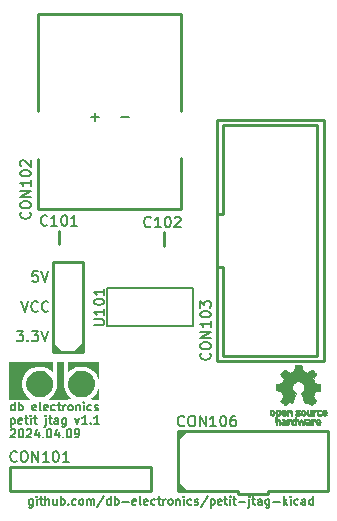
<source format=gto>
%TF.GenerationSoftware,KiCad,Pcbnew,7.0.8*%
%TF.CreationDate,2024-04-09T21:16:55-04:00*%
%TF.ProjectId,petit-jtag,70657469-742d-46a7-9461-672e6b696361,1.1*%
%TF.SameCoordinates,PX8aadb58PY72b28c8*%
%TF.FileFunction,Legend,Top*%
%TF.FilePolarity,Positive*%
%FSLAX46Y46*%
G04 Gerber Fmt 4.6, Leading zero omitted, Abs format (unit mm)*
G04 Created by KiCad (PCBNEW 7.0.8) date 2024-04-09 21:16:55*
%MOMM*%
%LPD*%
G01*
G04 APERTURE LIST*
%ADD10C,0.152400*%
%ADD11C,0.177800*%
%ADD12C,0.203200*%
%ADD13C,0.254000*%
%ADD14C,0.010000*%
G04 APERTURE END LIST*
D10*
X2733396Y1077096D02*
X2733396Y501363D01*
X2733396Y501363D02*
X2699529Y433629D01*
X2699529Y433629D02*
X2665663Y399763D01*
X2665663Y399763D02*
X2597929Y365896D01*
X2597929Y365896D02*
X2496329Y365896D01*
X2496329Y365896D02*
X2428596Y399763D01*
X2733396Y636829D02*
X2665663Y602963D01*
X2665663Y602963D02*
X2530196Y602963D01*
X2530196Y602963D02*
X2462463Y636829D01*
X2462463Y636829D02*
X2428596Y670696D01*
X2428596Y670696D02*
X2394729Y738429D01*
X2394729Y738429D02*
X2394729Y941629D01*
X2394729Y941629D02*
X2428596Y1009363D01*
X2428596Y1009363D02*
X2462463Y1043229D01*
X2462463Y1043229D02*
X2530196Y1077096D01*
X2530196Y1077096D02*
X2665663Y1077096D01*
X2665663Y1077096D02*
X2733396Y1043229D01*
X3072063Y602963D02*
X3072063Y1077096D01*
X3072063Y1314163D02*
X3038196Y1280296D01*
X3038196Y1280296D02*
X3072063Y1246429D01*
X3072063Y1246429D02*
X3105930Y1280296D01*
X3105930Y1280296D02*
X3072063Y1314163D01*
X3072063Y1314163D02*
X3072063Y1246429D01*
X3309130Y1077096D02*
X3580063Y1077096D01*
X3410730Y1314163D02*
X3410730Y704563D01*
X3410730Y704563D02*
X3444597Y636829D01*
X3444597Y636829D02*
X3512330Y602963D01*
X3512330Y602963D02*
X3580063Y602963D01*
X3817130Y602963D02*
X3817130Y1314163D01*
X4121930Y602963D02*
X4121930Y975496D01*
X4121930Y975496D02*
X4088063Y1043229D01*
X4088063Y1043229D02*
X4020330Y1077096D01*
X4020330Y1077096D02*
X3918730Y1077096D01*
X3918730Y1077096D02*
X3850997Y1043229D01*
X3850997Y1043229D02*
X3817130Y1009363D01*
X4765397Y1077096D02*
X4765397Y602963D01*
X4460597Y1077096D02*
X4460597Y704563D01*
X4460597Y704563D02*
X4494464Y636829D01*
X4494464Y636829D02*
X4562197Y602963D01*
X4562197Y602963D02*
X4663797Y602963D01*
X4663797Y602963D02*
X4731530Y636829D01*
X4731530Y636829D02*
X4765397Y670696D01*
X5104064Y602963D02*
X5104064Y1314163D01*
X5104064Y1043229D02*
X5171797Y1077096D01*
X5171797Y1077096D02*
X5307264Y1077096D01*
X5307264Y1077096D02*
X5374997Y1043229D01*
X5374997Y1043229D02*
X5408864Y1009363D01*
X5408864Y1009363D02*
X5442731Y941629D01*
X5442731Y941629D02*
X5442731Y738429D01*
X5442731Y738429D02*
X5408864Y670696D01*
X5408864Y670696D02*
X5374997Y636829D01*
X5374997Y636829D02*
X5307264Y602963D01*
X5307264Y602963D02*
X5171797Y602963D01*
X5171797Y602963D02*
X5104064Y636829D01*
X5747531Y670696D02*
X5781398Y636829D01*
X5781398Y636829D02*
X5747531Y602963D01*
X5747531Y602963D02*
X5713664Y636829D01*
X5713664Y636829D02*
X5747531Y670696D01*
X5747531Y670696D02*
X5747531Y602963D01*
X6390998Y636829D02*
X6323265Y602963D01*
X6323265Y602963D02*
X6187798Y602963D01*
X6187798Y602963D02*
X6120065Y636829D01*
X6120065Y636829D02*
X6086198Y670696D01*
X6086198Y670696D02*
X6052331Y738429D01*
X6052331Y738429D02*
X6052331Y941629D01*
X6052331Y941629D02*
X6086198Y1009363D01*
X6086198Y1009363D02*
X6120065Y1043229D01*
X6120065Y1043229D02*
X6187798Y1077096D01*
X6187798Y1077096D02*
X6323265Y1077096D01*
X6323265Y1077096D02*
X6390998Y1043229D01*
X6797398Y602963D02*
X6729665Y636829D01*
X6729665Y636829D02*
X6695798Y670696D01*
X6695798Y670696D02*
X6661931Y738429D01*
X6661931Y738429D02*
X6661931Y941629D01*
X6661931Y941629D02*
X6695798Y1009363D01*
X6695798Y1009363D02*
X6729665Y1043229D01*
X6729665Y1043229D02*
X6797398Y1077096D01*
X6797398Y1077096D02*
X6898998Y1077096D01*
X6898998Y1077096D02*
X6966731Y1043229D01*
X6966731Y1043229D02*
X7000598Y1009363D01*
X7000598Y1009363D02*
X7034465Y941629D01*
X7034465Y941629D02*
X7034465Y738429D01*
X7034465Y738429D02*
X7000598Y670696D01*
X7000598Y670696D02*
X6966731Y636829D01*
X6966731Y636829D02*
X6898998Y602963D01*
X6898998Y602963D02*
X6797398Y602963D01*
X7339265Y602963D02*
X7339265Y1077096D01*
X7339265Y1009363D02*
X7373132Y1043229D01*
X7373132Y1043229D02*
X7440865Y1077096D01*
X7440865Y1077096D02*
X7542465Y1077096D01*
X7542465Y1077096D02*
X7610198Y1043229D01*
X7610198Y1043229D02*
X7644065Y975496D01*
X7644065Y975496D02*
X7644065Y602963D01*
X7644065Y975496D02*
X7677932Y1043229D01*
X7677932Y1043229D02*
X7745665Y1077096D01*
X7745665Y1077096D02*
X7847265Y1077096D01*
X7847265Y1077096D02*
X7914998Y1043229D01*
X7914998Y1043229D02*
X7948865Y975496D01*
X7948865Y975496D02*
X7948865Y602963D01*
X8795532Y1348029D02*
X8185932Y433629D01*
X9337399Y602963D02*
X9337399Y1314163D01*
X9337399Y636829D02*
X9269666Y602963D01*
X9269666Y602963D02*
X9134199Y602963D01*
X9134199Y602963D02*
X9066466Y636829D01*
X9066466Y636829D02*
X9032599Y670696D01*
X9032599Y670696D02*
X8998732Y738429D01*
X8998732Y738429D02*
X8998732Y941629D01*
X8998732Y941629D02*
X9032599Y1009363D01*
X9032599Y1009363D02*
X9066466Y1043229D01*
X9066466Y1043229D02*
X9134199Y1077096D01*
X9134199Y1077096D02*
X9269666Y1077096D01*
X9269666Y1077096D02*
X9337399Y1043229D01*
X9676066Y602963D02*
X9676066Y1314163D01*
X9676066Y1043229D02*
X9743799Y1077096D01*
X9743799Y1077096D02*
X9879266Y1077096D01*
X9879266Y1077096D02*
X9946999Y1043229D01*
X9946999Y1043229D02*
X9980866Y1009363D01*
X9980866Y1009363D02*
X10014733Y941629D01*
X10014733Y941629D02*
X10014733Y738429D01*
X10014733Y738429D02*
X9980866Y670696D01*
X9980866Y670696D02*
X9946999Y636829D01*
X9946999Y636829D02*
X9879266Y602963D01*
X9879266Y602963D02*
X9743799Y602963D01*
X9743799Y602963D02*
X9676066Y636829D01*
X10319533Y873896D02*
X10861400Y873896D01*
X11470999Y636829D02*
X11403266Y602963D01*
X11403266Y602963D02*
X11267799Y602963D01*
X11267799Y602963D02*
X11200066Y636829D01*
X11200066Y636829D02*
X11166199Y704563D01*
X11166199Y704563D02*
X11166199Y975496D01*
X11166199Y975496D02*
X11200066Y1043229D01*
X11200066Y1043229D02*
X11267799Y1077096D01*
X11267799Y1077096D02*
X11403266Y1077096D01*
X11403266Y1077096D02*
X11470999Y1043229D01*
X11470999Y1043229D02*
X11504866Y975496D01*
X11504866Y975496D02*
X11504866Y907763D01*
X11504866Y907763D02*
X11166199Y840029D01*
X11911266Y602963D02*
X11843533Y636829D01*
X11843533Y636829D02*
X11809666Y704563D01*
X11809666Y704563D02*
X11809666Y1314163D01*
X12453132Y636829D02*
X12385399Y602963D01*
X12385399Y602963D02*
X12249932Y602963D01*
X12249932Y602963D02*
X12182199Y636829D01*
X12182199Y636829D02*
X12148332Y704563D01*
X12148332Y704563D02*
X12148332Y975496D01*
X12148332Y975496D02*
X12182199Y1043229D01*
X12182199Y1043229D02*
X12249932Y1077096D01*
X12249932Y1077096D02*
X12385399Y1077096D01*
X12385399Y1077096D02*
X12453132Y1043229D01*
X12453132Y1043229D02*
X12486999Y975496D01*
X12486999Y975496D02*
X12486999Y907763D01*
X12486999Y907763D02*
X12148332Y840029D01*
X13096599Y636829D02*
X13028866Y602963D01*
X13028866Y602963D02*
X12893399Y602963D01*
X12893399Y602963D02*
X12825666Y636829D01*
X12825666Y636829D02*
X12791799Y670696D01*
X12791799Y670696D02*
X12757932Y738429D01*
X12757932Y738429D02*
X12757932Y941629D01*
X12757932Y941629D02*
X12791799Y1009363D01*
X12791799Y1009363D02*
X12825666Y1043229D01*
X12825666Y1043229D02*
X12893399Y1077096D01*
X12893399Y1077096D02*
X13028866Y1077096D01*
X13028866Y1077096D02*
X13096599Y1043229D01*
X13299799Y1077096D02*
X13570732Y1077096D01*
X13401399Y1314163D02*
X13401399Y704563D01*
X13401399Y704563D02*
X13435266Y636829D01*
X13435266Y636829D02*
X13502999Y602963D01*
X13502999Y602963D02*
X13570732Y602963D01*
X13807799Y602963D02*
X13807799Y1077096D01*
X13807799Y941629D02*
X13841666Y1009363D01*
X13841666Y1009363D02*
X13875532Y1043229D01*
X13875532Y1043229D02*
X13943266Y1077096D01*
X13943266Y1077096D02*
X14010999Y1077096D01*
X14349666Y602963D02*
X14281933Y636829D01*
X14281933Y636829D02*
X14248066Y670696D01*
X14248066Y670696D02*
X14214199Y738429D01*
X14214199Y738429D02*
X14214199Y941629D01*
X14214199Y941629D02*
X14248066Y1009363D01*
X14248066Y1009363D02*
X14281933Y1043229D01*
X14281933Y1043229D02*
X14349666Y1077096D01*
X14349666Y1077096D02*
X14451266Y1077096D01*
X14451266Y1077096D02*
X14518999Y1043229D01*
X14518999Y1043229D02*
X14552866Y1009363D01*
X14552866Y1009363D02*
X14586733Y941629D01*
X14586733Y941629D02*
X14586733Y738429D01*
X14586733Y738429D02*
X14552866Y670696D01*
X14552866Y670696D02*
X14518999Y636829D01*
X14518999Y636829D02*
X14451266Y602963D01*
X14451266Y602963D02*
X14349666Y602963D01*
X14891533Y1077096D02*
X14891533Y602963D01*
X14891533Y1009363D02*
X14925400Y1043229D01*
X14925400Y1043229D02*
X14993133Y1077096D01*
X14993133Y1077096D02*
X15094733Y1077096D01*
X15094733Y1077096D02*
X15162466Y1043229D01*
X15162466Y1043229D02*
X15196333Y975496D01*
X15196333Y975496D02*
X15196333Y602963D01*
X15535000Y602963D02*
X15535000Y1077096D01*
X15535000Y1314163D02*
X15501133Y1280296D01*
X15501133Y1280296D02*
X15535000Y1246429D01*
X15535000Y1246429D02*
X15568867Y1280296D01*
X15568867Y1280296D02*
X15535000Y1314163D01*
X15535000Y1314163D02*
X15535000Y1246429D01*
X16178467Y636829D02*
X16110734Y602963D01*
X16110734Y602963D02*
X15975267Y602963D01*
X15975267Y602963D02*
X15907534Y636829D01*
X15907534Y636829D02*
X15873667Y670696D01*
X15873667Y670696D02*
X15839800Y738429D01*
X15839800Y738429D02*
X15839800Y941629D01*
X15839800Y941629D02*
X15873667Y1009363D01*
X15873667Y1009363D02*
X15907534Y1043229D01*
X15907534Y1043229D02*
X15975267Y1077096D01*
X15975267Y1077096D02*
X16110734Y1077096D01*
X16110734Y1077096D02*
X16178467Y1043229D01*
X16449400Y636829D02*
X16517134Y602963D01*
X16517134Y602963D02*
X16652600Y602963D01*
X16652600Y602963D02*
X16720334Y636829D01*
X16720334Y636829D02*
X16754200Y704563D01*
X16754200Y704563D02*
X16754200Y738429D01*
X16754200Y738429D02*
X16720334Y806163D01*
X16720334Y806163D02*
X16652600Y840029D01*
X16652600Y840029D02*
X16551000Y840029D01*
X16551000Y840029D02*
X16483267Y873896D01*
X16483267Y873896D02*
X16449400Y941629D01*
X16449400Y941629D02*
X16449400Y975496D01*
X16449400Y975496D02*
X16483267Y1043229D01*
X16483267Y1043229D02*
X16551000Y1077096D01*
X16551000Y1077096D02*
X16652600Y1077096D01*
X16652600Y1077096D02*
X16720334Y1043229D01*
X17567000Y1348029D02*
X16957400Y433629D01*
X17804067Y1077096D02*
X17804067Y365896D01*
X17804067Y1043229D02*
X17871800Y1077096D01*
X17871800Y1077096D02*
X18007267Y1077096D01*
X18007267Y1077096D02*
X18075000Y1043229D01*
X18075000Y1043229D02*
X18108867Y1009363D01*
X18108867Y1009363D02*
X18142734Y941629D01*
X18142734Y941629D02*
X18142734Y738429D01*
X18142734Y738429D02*
X18108867Y670696D01*
X18108867Y670696D02*
X18075000Y636829D01*
X18075000Y636829D02*
X18007267Y602963D01*
X18007267Y602963D02*
X17871800Y602963D01*
X17871800Y602963D02*
X17804067Y636829D01*
X18718467Y636829D02*
X18650734Y602963D01*
X18650734Y602963D02*
X18515267Y602963D01*
X18515267Y602963D02*
X18447534Y636829D01*
X18447534Y636829D02*
X18413667Y704563D01*
X18413667Y704563D02*
X18413667Y975496D01*
X18413667Y975496D02*
X18447534Y1043229D01*
X18447534Y1043229D02*
X18515267Y1077096D01*
X18515267Y1077096D02*
X18650734Y1077096D01*
X18650734Y1077096D02*
X18718467Y1043229D01*
X18718467Y1043229D02*
X18752334Y975496D01*
X18752334Y975496D02*
X18752334Y907763D01*
X18752334Y907763D02*
X18413667Y840029D01*
X18955534Y1077096D02*
X19226467Y1077096D01*
X19057134Y1314163D02*
X19057134Y704563D01*
X19057134Y704563D02*
X19091001Y636829D01*
X19091001Y636829D02*
X19158734Y602963D01*
X19158734Y602963D02*
X19226467Y602963D01*
X19463534Y602963D02*
X19463534Y1077096D01*
X19463534Y1314163D02*
X19429667Y1280296D01*
X19429667Y1280296D02*
X19463534Y1246429D01*
X19463534Y1246429D02*
X19497401Y1280296D01*
X19497401Y1280296D02*
X19463534Y1314163D01*
X19463534Y1314163D02*
X19463534Y1246429D01*
X19700601Y1077096D02*
X19971534Y1077096D01*
X19802201Y1314163D02*
X19802201Y704563D01*
X19802201Y704563D02*
X19836068Y636829D01*
X19836068Y636829D02*
X19903801Y602963D01*
X19903801Y602963D02*
X19971534Y602963D01*
X20208601Y873896D02*
X20750468Y873896D01*
X21089134Y1077096D02*
X21089134Y467496D01*
X21089134Y467496D02*
X21055267Y399763D01*
X21055267Y399763D02*
X20987534Y365896D01*
X20987534Y365896D02*
X20953667Y365896D01*
X21089134Y1314163D02*
X21055267Y1280296D01*
X21055267Y1280296D02*
X21089134Y1246429D01*
X21089134Y1246429D02*
X21123001Y1280296D01*
X21123001Y1280296D02*
X21089134Y1314163D01*
X21089134Y1314163D02*
X21089134Y1246429D01*
X21326201Y1077096D02*
X21597134Y1077096D01*
X21427801Y1314163D02*
X21427801Y704563D01*
X21427801Y704563D02*
X21461668Y636829D01*
X21461668Y636829D02*
X21529401Y602963D01*
X21529401Y602963D02*
X21597134Y602963D01*
X22139001Y602963D02*
X22139001Y975496D01*
X22139001Y975496D02*
X22105134Y1043229D01*
X22105134Y1043229D02*
X22037401Y1077096D01*
X22037401Y1077096D02*
X21901934Y1077096D01*
X21901934Y1077096D02*
X21834201Y1043229D01*
X22139001Y636829D02*
X22071268Y602963D01*
X22071268Y602963D02*
X21901934Y602963D01*
X21901934Y602963D02*
X21834201Y636829D01*
X21834201Y636829D02*
X21800334Y704563D01*
X21800334Y704563D02*
X21800334Y772296D01*
X21800334Y772296D02*
X21834201Y840029D01*
X21834201Y840029D02*
X21901934Y873896D01*
X21901934Y873896D02*
X22071268Y873896D01*
X22071268Y873896D02*
X22139001Y907763D01*
X22782468Y1077096D02*
X22782468Y501363D01*
X22782468Y501363D02*
X22748601Y433629D01*
X22748601Y433629D02*
X22714735Y399763D01*
X22714735Y399763D02*
X22647001Y365896D01*
X22647001Y365896D02*
X22545401Y365896D01*
X22545401Y365896D02*
X22477668Y399763D01*
X22782468Y636829D02*
X22714735Y602963D01*
X22714735Y602963D02*
X22579268Y602963D01*
X22579268Y602963D02*
X22511535Y636829D01*
X22511535Y636829D02*
X22477668Y670696D01*
X22477668Y670696D02*
X22443801Y738429D01*
X22443801Y738429D02*
X22443801Y941629D01*
X22443801Y941629D02*
X22477668Y1009363D01*
X22477668Y1009363D02*
X22511535Y1043229D01*
X22511535Y1043229D02*
X22579268Y1077096D01*
X22579268Y1077096D02*
X22714735Y1077096D01*
X22714735Y1077096D02*
X22782468Y1043229D01*
X23121135Y873896D02*
X23663002Y873896D01*
X24001668Y602963D02*
X24001668Y1314163D01*
X24069401Y873896D02*
X24272601Y602963D01*
X24272601Y1077096D02*
X24001668Y806163D01*
X24577401Y602963D02*
X24577401Y1077096D01*
X24577401Y1314163D02*
X24543534Y1280296D01*
X24543534Y1280296D02*
X24577401Y1246429D01*
X24577401Y1246429D02*
X24611268Y1280296D01*
X24611268Y1280296D02*
X24577401Y1314163D01*
X24577401Y1314163D02*
X24577401Y1246429D01*
X25220868Y636829D02*
X25153135Y602963D01*
X25153135Y602963D02*
X25017668Y602963D01*
X25017668Y602963D02*
X24949935Y636829D01*
X24949935Y636829D02*
X24916068Y670696D01*
X24916068Y670696D02*
X24882201Y738429D01*
X24882201Y738429D02*
X24882201Y941629D01*
X24882201Y941629D02*
X24916068Y1009363D01*
X24916068Y1009363D02*
X24949935Y1043229D01*
X24949935Y1043229D02*
X25017668Y1077096D01*
X25017668Y1077096D02*
X25153135Y1077096D01*
X25153135Y1077096D02*
X25220868Y1043229D01*
X25830468Y602963D02*
X25830468Y975496D01*
X25830468Y975496D02*
X25796601Y1043229D01*
X25796601Y1043229D02*
X25728868Y1077096D01*
X25728868Y1077096D02*
X25593401Y1077096D01*
X25593401Y1077096D02*
X25525668Y1043229D01*
X25830468Y636829D02*
X25762735Y602963D01*
X25762735Y602963D02*
X25593401Y602963D01*
X25593401Y602963D02*
X25525668Y636829D01*
X25525668Y636829D02*
X25491801Y704563D01*
X25491801Y704563D02*
X25491801Y772296D01*
X25491801Y772296D02*
X25525668Y840029D01*
X25525668Y840029D02*
X25593401Y873896D01*
X25593401Y873896D02*
X25762735Y873896D01*
X25762735Y873896D02*
X25830468Y907763D01*
X26473935Y602963D02*
X26473935Y1314163D01*
X26473935Y636829D02*
X26406202Y602963D01*
X26406202Y602963D02*
X26270735Y602963D01*
X26270735Y602963D02*
X26203002Y636829D01*
X26203002Y636829D02*
X26169135Y670696D01*
X26169135Y670696D02*
X26135268Y738429D01*
X26135268Y738429D02*
X26135268Y941629D01*
X26135268Y941629D02*
X26169135Y1009363D01*
X26169135Y1009363D02*
X26203002Y1043229D01*
X26203002Y1043229D02*
X26270735Y1077096D01*
X26270735Y1077096D02*
X26406202Y1077096D01*
X26406202Y1077096D02*
X26473935Y1043229D01*
D11*
X10234639Y33476709D02*
X10911973Y33476709D01*
X7694639Y33476709D02*
X8371973Y33476709D01*
X8033306Y33138042D02*
X8033306Y33815375D01*
D10*
X1209396Y8608027D02*
X1209396Y9319227D01*
X1209396Y8641893D02*
X1141663Y8608027D01*
X1141663Y8608027D02*
X1006196Y8608027D01*
X1006196Y8608027D02*
X938463Y8641893D01*
X938463Y8641893D02*
X904596Y8675760D01*
X904596Y8675760D02*
X870729Y8743493D01*
X870729Y8743493D02*
X870729Y8946693D01*
X870729Y8946693D02*
X904596Y9014427D01*
X904596Y9014427D02*
X938463Y9048293D01*
X938463Y9048293D02*
X1006196Y9082160D01*
X1006196Y9082160D02*
X1141663Y9082160D01*
X1141663Y9082160D02*
X1209396Y9048293D01*
X1548063Y8608027D02*
X1548063Y9319227D01*
X1548063Y9048293D02*
X1615796Y9082160D01*
X1615796Y9082160D02*
X1751263Y9082160D01*
X1751263Y9082160D02*
X1818996Y9048293D01*
X1818996Y9048293D02*
X1852863Y9014427D01*
X1852863Y9014427D02*
X1886730Y8946693D01*
X1886730Y8946693D02*
X1886730Y8743493D01*
X1886730Y8743493D02*
X1852863Y8675760D01*
X1852863Y8675760D02*
X1818996Y8641893D01*
X1818996Y8641893D02*
X1751263Y8608027D01*
X1751263Y8608027D02*
X1615796Y8608027D01*
X1615796Y8608027D02*
X1548063Y8641893D01*
X3004330Y8641893D02*
X2936597Y8608027D01*
X2936597Y8608027D02*
X2801130Y8608027D01*
X2801130Y8608027D02*
X2733397Y8641893D01*
X2733397Y8641893D02*
X2699530Y8709627D01*
X2699530Y8709627D02*
X2699530Y8980560D01*
X2699530Y8980560D02*
X2733397Y9048293D01*
X2733397Y9048293D02*
X2801130Y9082160D01*
X2801130Y9082160D02*
X2936597Y9082160D01*
X2936597Y9082160D02*
X3004330Y9048293D01*
X3004330Y9048293D02*
X3038197Y8980560D01*
X3038197Y8980560D02*
X3038197Y8912827D01*
X3038197Y8912827D02*
X2699530Y8845093D01*
X3444597Y8608027D02*
X3376864Y8641893D01*
X3376864Y8641893D02*
X3342997Y8709627D01*
X3342997Y8709627D02*
X3342997Y9319227D01*
X3986463Y8641893D02*
X3918730Y8608027D01*
X3918730Y8608027D02*
X3783263Y8608027D01*
X3783263Y8608027D02*
X3715530Y8641893D01*
X3715530Y8641893D02*
X3681663Y8709627D01*
X3681663Y8709627D02*
X3681663Y8980560D01*
X3681663Y8980560D02*
X3715530Y9048293D01*
X3715530Y9048293D02*
X3783263Y9082160D01*
X3783263Y9082160D02*
X3918730Y9082160D01*
X3918730Y9082160D02*
X3986463Y9048293D01*
X3986463Y9048293D02*
X4020330Y8980560D01*
X4020330Y8980560D02*
X4020330Y8912827D01*
X4020330Y8912827D02*
X3681663Y8845093D01*
X4629930Y8641893D02*
X4562197Y8608027D01*
X4562197Y8608027D02*
X4426730Y8608027D01*
X4426730Y8608027D02*
X4358997Y8641893D01*
X4358997Y8641893D02*
X4325130Y8675760D01*
X4325130Y8675760D02*
X4291263Y8743493D01*
X4291263Y8743493D02*
X4291263Y8946693D01*
X4291263Y8946693D02*
X4325130Y9014427D01*
X4325130Y9014427D02*
X4358997Y9048293D01*
X4358997Y9048293D02*
X4426730Y9082160D01*
X4426730Y9082160D02*
X4562197Y9082160D01*
X4562197Y9082160D02*
X4629930Y9048293D01*
X4833130Y9082160D02*
X5104063Y9082160D01*
X4934730Y9319227D02*
X4934730Y8709627D01*
X4934730Y8709627D02*
X4968597Y8641893D01*
X4968597Y8641893D02*
X5036330Y8608027D01*
X5036330Y8608027D02*
X5104063Y8608027D01*
X5341130Y8608027D02*
X5341130Y9082160D01*
X5341130Y8946693D02*
X5374997Y9014427D01*
X5374997Y9014427D02*
X5408863Y9048293D01*
X5408863Y9048293D02*
X5476597Y9082160D01*
X5476597Y9082160D02*
X5544330Y9082160D01*
X5882997Y8608027D02*
X5815264Y8641893D01*
X5815264Y8641893D02*
X5781397Y8675760D01*
X5781397Y8675760D02*
X5747530Y8743493D01*
X5747530Y8743493D02*
X5747530Y8946693D01*
X5747530Y8946693D02*
X5781397Y9014427D01*
X5781397Y9014427D02*
X5815264Y9048293D01*
X5815264Y9048293D02*
X5882997Y9082160D01*
X5882997Y9082160D02*
X5984597Y9082160D01*
X5984597Y9082160D02*
X6052330Y9048293D01*
X6052330Y9048293D02*
X6086197Y9014427D01*
X6086197Y9014427D02*
X6120064Y8946693D01*
X6120064Y8946693D02*
X6120064Y8743493D01*
X6120064Y8743493D02*
X6086197Y8675760D01*
X6086197Y8675760D02*
X6052330Y8641893D01*
X6052330Y8641893D02*
X5984597Y8608027D01*
X5984597Y8608027D02*
X5882997Y8608027D01*
X6424864Y9082160D02*
X6424864Y8608027D01*
X6424864Y9014427D02*
X6458731Y9048293D01*
X6458731Y9048293D02*
X6526464Y9082160D01*
X6526464Y9082160D02*
X6628064Y9082160D01*
X6628064Y9082160D02*
X6695797Y9048293D01*
X6695797Y9048293D02*
X6729664Y8980560D01*
X6729664Y8980560D02*
X6729664Y8608027D01*
X7068331Y8608027D02*
X7068331Y9082160D01*
X7068331Y9319227D02*
X7034464Y9285360D01*
X7034464Y9285360D02*
X7068331Y9251493D01*
X7068331Y9251493D02*
X7102198Y9285360D01*
X7102198Y9285360D02*
X7068331Y9319227D01*
X7068331Y9319227D02*
X7068331Y9251493D01*
X7711798Y8641893D02*
X7644065Y8608027D01*
X7644065Y8608027D02*
X7508598Y8608027D01*
X7508598Y8608027D02*
X7440865Y8641893D01*
X7440865Y8641893D02*
X7406998Y8675760D01*
X7406998Y8675760D02*
X7373131Y8743493D01*
X7373131Y8743493D02*
X7373131Y8946693D01*
X7373131Y8946693D02*
X7406998Y9014427D01*
X7406998Y9014427D02*
X7440865Y9048293D01*
X7440865Y9048293D02*
X7508598Y9082160D01*
X7508598Y9082160D02*
X7644065Y9082160D01*
X7644065Y9082160D02*
X7711798Y9048293D01*
X7982731Y8641893D02*
X8050465Y8608027D01*
X8050465Y8608027D02*
X8185931Y8608027D01*
X8185931Y8608027D02*
X8253665Y8641893D01*
X8253665Y8641893D02*
X8287531Y8709627D01*
X8287531Y8709627D02*
X8287531Y8743493D01*
X8287531Y8743493D02*
X8253665Y8811227D01*
X8253665Y8811227D02*
X8185931Y8845093D01*
X8185931Y8845093D02*
X8084331Y8845093D01*
X8084331Y8845093D02*
X8016598Y8878960D01*
X8016598Y8878960D02*
X7982731Y8946693D01*
X7982731Y8946693D02*
X7982731Y8980560D01*
X7982731Y8980560D02*
X8016598Y9048293D01*
X8016598Y9048293D02*
X8084331Y9082160D01*
X8084331Y9082160D02*
X8185931Y9082160D01*
X8185931Y9082160D02*
X8253665Y9048293D01*
X904596Y7937128D02*
X904596Y7225928D01*
X904596Y7903261D02*
X972329Y7937128D01*
X972329Y7937128D02*
X1107796Y7937128D01*
X1107796Y7937128D02*
X1175529Y7903261D01*
X1175529Y7903261D02*
X1209396Y7869395D01*
X1209396Y7869395D02*
X1243263Y7801661D01*
X1243263Y7801661D02*
X1243263Y7598461D01*
X1243263Y7598461D02*
X1209396Y7530728D01*
X1209396Y7530728D02*
X1175529Y7496861D01*
X1175529Y7496861D02*
X1107796Y7462995D01*
X1107796Y7462995D02*
X972329Y7462995D01*
X972329Y7462995D02*
X904596Y7496861D01*
X1818996Y7496861D02*
X1751263Y7462995D01*
X1751263Y7462995D02*
X1615796Y7462995D01*
X1615796Y7462995D02*
X1548063Y7496861D01*
X1548063Y7496861D02*
X1514196Y7564595D01*
X1514196Y7564595D02*
X1514196Y7835528D01*
X1514196Y7835528D02*
X1548063Y7903261D01*
X1548063Y7903261D02*
X1615796Y7937128D01*
X1615796Y7937128D02*
X1751263Y7937128D01*
X1751263Y7937128D02*
X1818996Y7903261D01*
X1818996Y7903261D02*
X1852863Y7835528D01*
X1852863Y7835528D02*
X1852863Y7767795D01*
X1852863Y7767795D02*
X1514196Y7700061D01*
X2056063Y7937128D02*
X2326996Y7937128D01*
X2157663Y8174195D02*
X2157663Y7564595D01*
X2157663Y7564595D02*
X2191530Y7496861D01*
X2191530Y7496861D02*
X2259263Y7462995D01*
X2259263Y7462995D02*
X2326996Y7462995D01*
X2564063Y7462995D02*
X2564063Y7937128D01*
X2564063Y8174195D02*
X2530196Y8140328D01*
X2530196Y8140328D02*
X2564063Y8106461D01*
X2564063Y8106461D02*
X2597930Y8140328D01*
X2597930Y8140328D02*
X2564063Y8174195D01*
X2564063Y8174195D02*
X2564063Y8106461D01*
X2801130Y7937128D02*
X3072063Y7937128D01*
X2902730Y8174195D02*
X2902730Y7564595D01*
X2902730Y7564595D02*
X2936597Y7496861D01*
X2936597Y7496861D02*
X3004330Y7462995D01*
X3004330Y7462995D02*
X3072063Y7462995D01*
X3850997Y7937128D02*
X3850997Y7327528D01*
X3850997Y7327528D02*
X3817130Y7259795D01*
X3817130Y7259795D02*
X3749397Y7225928D01*
X3749397Y7225928D02*
X3715530Y7225928D01*
X3850997Y8174195D02*
X3817130Y8140328D01*
X3817130Y8140328D02*
X3850997Y8106461D01*
X3850997Y8106461D02*
X3884864Y8140328D01*
X3884864Y8140328D02*
X3850997Y8174195D01*
X3850997Y8174195D02*
X3850997Y8106461D01*
X4088064Y7937128D02*
X4358997Y7937128D01*
X4189664Y8174195D02*
X4189664Y7564595D01*
X4189664Y7564595D02*
X4223531Y7496861D01*
X4223531Y7496861D02*
X4291264Y7462995D01*
X4291264Y7462995D02*
X4358997Y7462995D01*
X4900864Y7462995D02*
X4900864Y7835528D01*
X4900864Y7835528D02*
X4866997Y7903261D01*
X4866997Y7903261D02*
X4799264Y7937128D01*
X4799264Y7937128D02*
X4663797Y7937128D01*
X4663797Y7937128D02*
X4596064Y7903261D01*
X4900864Y7496861D02*
X4833131Y7462995D01*
X4833131Y7462995D02*
X4663797Y7462995D01*
X4663797Y7462995D02*
X4596064Y7496861D01*
X4596064Y7496861D02*
X4562197Y7564595D01*
X4562197Y7564595D02*
X4562197Y7632328D01*
X4562197Y7632328D02*
X4596064Y7700061D01*
X4596064Y7700061D02*
X4663797Y7733928D01*
X4663797Y7733928D02*
X4833131Y7733928D01*
X4833131Y7733928D02*
X4900864Y7767795D01*
X5544331Y7937128D02*
X5544331Y7361395D01*
X5544331Y7361395D02*
X5510464Y7293661D01*
X5510464Y7293661D02*
X5476598Y7259795D01*
X5476598Y7259795D02*
X5408864Y7225928D01*
X5408864Y7225928D02*
X5307264Y7225928D01*
X5307264Y7225928D02*
X5239531Y7259795D01*
X5544331Y7496861D02*
X5476598Y7462995D01*
X5476598Y7462995D02*
X5341131Y7462995D01*
X5341131Y7462995D02*
X5273398Y7496861D01*
X5273398Y7496861D02*
X5239531Y7530728D01*
X5239531Y7530728D02*
X5205664Y7598461D01*
X5205664Y7598461D02*
X5205664Y7801661D01*
X5205664Y7801661D02*
X5239531Y7869395D01*
X5239531Y7869395D02*
X5273398Y7903261D01*
X5273398Y7903261D02*
X5341131Y7937128D01*
X5341131Y7937128D02*
X5476598Y7937128D01*
X5476598Y7937128D02*
X5544331Y7903261D01*
X6357132Y7937128D02*
X6526465Y7462995D01*
X6526465Y7462995D02*
X6695798Y7937128D01*
X7339265Y7462995D02*
X6932865Y7462995D01*
X7136065Y7462995D02*
X7136065Y8174195D01*
X7136065Y8174195D02*
X7068332Y8072595D01*
X7068332Y8072595D02*
X7000599Y8004861D01*
X7000599Y8004861D02*
X6932865Y7970995D01*
X7644065Y7530728D02*
X7677932Y7496861D01*
X7677932Y7496861D02*
X7644065Y7462995D01*
X7644065Y7462995D02*
X7610198Y7496861D01*
X7610198Y7496861D02*
X7644065Y7530728D01*
X7644065Y7530728D02*
X7644065Y7462995D01*
X8355265Y7462995D02*
X7948865Y7462995D01*
X8152065Y7462995D02*
X8152065Y8174195D01*
X8152065Y8174195D02*
X8084332Y8072595D01*
X8084332Y8072595D02*
X8016599Y8004861D01*
X8016599Y8004861D02*
X7948865Y7970995D01*
X870729Y6961429D02*
X904596Y6995296D01*
X904596Y6995296D02*
X972329Y7029163D01*
X972329Y7029163D02*
X1141663Y7029163D01*
X1141663Y7029163D02*
X1209396Y6995296D01*
X1209396Y6995296D02*
X1243263Y6961429D01*
X1243263Y6961429D02*
X1277129Y6893696D01*
X1277129Y6893696D02*
X1277129Y6825963D01*
X1277129Y6825963D02*
X1243263Y6724363D01*
X1243263Y6724363D02*
X836863Y6317963D01*
X836863Y6317963D02*
X1277129Y6317963D01*
X1717396Y7029163D02*
X1785129Y7029163D01*
X1785129Y7029163D02*
X1852862Y6995296D01*
X1852862Y6995296D02*
X1886729Y6961429D01*
X1886729Y6961429D02*
X1920596Y6893696D01*
X1920596Y6893696D02*
X1954462Y6758229D01*
X1954462Y6758229D02*
X1954462Y6588896D01*
X1954462Y6588896D02*
X1920596Y6453429D01*
X1920596Y6453429D02*
X1886729Y6385696D01*
X1886729Y6385696D02*
X1852862Y6351829D01*
X1852862Y6351829D02*
X1785129Y6317963D01*
X1785129Y6317963D02*
X1717396Y6317963D01*
X1717396Y6317963D02*
X1649662Y6351829D01*
X1649662Y6351829D02*
X1615796Y6385696D01*
X1615796Y6385696D02*
X1581929Y6453429D01*
X1581929Y6453429D02*
X1548062Y6588896D01*
X1548062Y6588896D02*
X1548062Y6758229D01*
X1548062Y6758229D02*
X1581929Y6893696D01*
X1581929Y6893696D02*
X1615796Y6961429D01*
X1615796Y6961429D02*
X1649662Y6995296D01*
X1649662Y6995296D02*
X1717396Y7029163D01*
X2225395Y6961429D02*
X2259262Y6995296D01*
X2259262Y6995296D02*
X2326995Y7029163D01*
X2326995Y7029163D02*
X2496329Y7029163D01*
X2496329Y7029163D02*
X2564062Y6995296D01*
X2564062Y6995296D02*
X2597929Y6961429D01*
X2597929Y6961429D02*
X2631795Y6893696D01*
X2631795Y6893696D02*
X2631795Y6825963D01*
X2631795Y6825963D02*
X2597929Y6724363D01*
X2597929Y6724363D02*
X2191529Y6317963D01*
X2191529Y6317963D02*
X2631795Y6317963D01*
X3241395Y6792096D02*
X3241395Y6317963D01*
X3072062Y7063029D02*
X2902728Y6555029D01*
X2902728Y6555029D02*
X3342995Y6555029D01*
X3613928Y6385696D02*
X3647795Y6351829D01*
X3647795Y6351829D02*
X3613928Y6317963D01*
X3613928Y6317963D02*
X3580061Y6351829D01*
X3580061Y6351829D02*
X3613928Y6385696D01*
X3613928Y6385696D02*
X3613928Y6317963D01*
X4088062Y7029163D02*
X4155795Y7029163D01*
X4155795Y7029163D02*
X4223528Y6995296D01*
X4223528Y6995296D02*
X4257395Y6961429D01*
X4257395Y6961429D02*
X4291262Y6893696D01*
X4291262Y6893696D02*
X4325128Y6758229D01*
X4325128Y6758229D02*
X4325128Y6588896D01*
X4325128Y6588896D02*
X4291262Y6453429D01*
X4291262Y6453429D02*
X4257395Y6385696D01*
X4257395Y6385696D02*
X4223528Y6351829D01*
X4223528Y6351829D02*
X4155795Y6317963D01*
X4155795Y6317963D02*
X4088062Y6317963D01*
X4088062Y6317963D02*
X4020328Y6351829D01*
X4020328Y6351829D02*
X3986462Y6385696D01*
X3986462Y6385696D02*
X3952595Y6453429D01*
X3952595Y6453429D02*
X3918728Y6588896D01*
X3918728Y6588896D02*
X3918728Y6758229D01*
X3918728Y6758229D02*
X3952595Y6893696D01*
X3952595Y6893696D02*
X3986462Y6961429D01*
X3986462Y6961429D02*
X4020328Y6995296D01*
X4020328Y6995296D02*
X4088062Y7029163D01*
X4934728Y6792096D02*
X4934728Y6317963D01*
X4765395Y7063029D02*
X4596061Y6555029D01*
X4596061Y6555029D02*
X5036328Y6555029D01*
X5307261Y6385696D02*
X5341128Y6351829D01*
X5341128Y6351829D02*
X5307261Y6317963D01*
X5307261Y6317963D02*
X5273394Y6351829D01*
X5273394Y6351829D02*
X5307261Y6385696D01*
X5307261Y6385696D02*
X5307261Y6317963D01*
X5781395Y7029163D02*
X5849128Y7029163D01*
X5849128Y7029163D02*
X5916861Y6995296D01*
X5916861Y6995296D02*
X5950728Y6961429D01*
X5950728Y6961429D02*
X5984595Y6893696D01*
X5984595Y6893696D02*
X6018461Y6758229D01*
X6018461Y6758229D02*
X6018461Y6588896D01*
X6018461Y6588896D02*
X5984595Y6453429D01*
X5984595Y6453429D02*
X5950728Y6385696D01*
X5950728Y6385696D02*
X5916861Y6351829D01*
X5916861Y6351829D02*
X5849128Y6317963D01*
X5849128Y6317963D02*
X5781395Y6317963D01*
X5781395Y6317963D02*
X5713661Y6351829D01*
X5713661Y6351829D02*
X5679795Y6385696D01*
X5679795Y6385696D02*
X5645928Y6453429D01*
X5645928Y6453429D02*
X5612061Y6588896D01*
X5612061Y6588896D02*
X5612061Y6758229D01*
X5612061Y6758229D02*
X5645928Y6893696D01*
X5645928Y6893696D02*
X5679795Y6961429D01*
X5679795Y6961429D02*
X5713661Y6995296D01*
X5713661Y6995296D02*
X5781395Y7029163D01*
X6357128Y6317963D02*
X6492594Y6317963D01*
X6492594Y6317963D02*
X6560328Y6351829D01*
X6560328Y6351829D02*
X6594194Y6385696D01*
X6594194Y6385696D02*
X6661928Y6487296D01*
X6661928Y6487296D02*
X6695794Y6622763D01*
X6695794Y6622763D02*
X6695794Y6893696D01*
X6695794Y6893696D02*
X6661928Y6961429D01*
X6661928Y6961429D02*
X6628061Y6995296D01*
X6628061Y6995296D02*
X6560328Y7029163D01*
X6560328Y7029163D02*
X6424861Y7029163D01*
X6424861Y7029163D02*
X6357128Y6995296D01*
X6357128Y6995296D02*
X6323261Y6961429D01*
X6323261Y6961429D02*
X6289394Y6893696D01*
X6289394Y6893696D02*
X6289394Y6724363D01*
X6289394Y6724363D02*
X6323261Y6656629D01*
X6323261Y6656629D02*
X6357128Y6622763D01*
X6357128Y6622763D02*
X6424861Y6588896D01*
X6424861Y6588896D02*
X6560328Y6588896D01*
X6560328Y6588896D02*
X6628061Y6622763D01*
X6628061Y6622763D02*
X6661928Y6656629D01*
X6661928Y6656629D02*
X6695794Y6724363D01*
D12*
X3181684Y20388563D02*
X2758350Y20388563D01*
X2758350Y20388563D02*
X2716017Y19965230D01*
X2716017Y19965230D02*
X2758350Y20007563D01*
X2758350Y20007563D02*
X2843017Y20049896D01*
X2843017Y20049896D02*
X3054684Y20049896D01*
X3054684Y20049896D02*
X3139350Y20007563D01*
X3139350Y20007563D02*
X3181684Y19965230D01*
X3181684Y19965230D02*
X3224017Y19880563D01*
X3224017Y19880563D02*
X3224017Y19668896D01*
X3224017Y19668896D02*
X3181684Y19584230D01*
X3181684Y19584230D02*
X3139350Y19541896D01*
X3139350Y19541896D02*
X3054684Y19499563D01*
X3054684Y19499563D02*
X2843017Y19499563D01*
X2843017Y19499563D02*
X2758350Y19541896D01*
X2758350Y19541896D02*
X2716017Y19584230D01*
X3478017Y20388563D02*
X3774351Y19499563D01*
X3774351Y19499563D02*
X4070684Y20388563D01*
X1767750Y17848563D02*
X2064084Y16959563D01*
X2064084Y16959563D02*
X2360417Y17848563D01*
X3164750Y17044230D02*
X3122417Y17001896D01*
X3122417Y17001896D02*
X2995417Y16959563D01*
X2995417Y16959563D02*
X2910750Y16959563D01*
X2910750Y16959563D02*
X2783750Y17001896D01*
X2783750Y17001896D02*
X2699084Y17086563D01*
X2699084Y17086563D02*
X2656750Y17171230D01*
X2656750Y17171230D02*
X2614417Y17340563D01*
X2614417Y17340563D02*
X2614417Y17467563D01*
X2614417Y17467563D02*
X2656750Y17636896D01*
X2656750Y17636896D02*
X2699084Y17721563D01*
X2699084Y17721563D02*
X2783750Y17806230D01*
X2783750Y17806230D02*
X2910750Y17848563D01*
X2910750Y17848563D02*
X2995417Y17848563D01*
X2995417Y17848563D02*
X3122417Y17806230D01*
X3122417Y17806230D02*
X3164750Y17763896D01*
X4053750Y17044230D02*
X4011417Y17001896D01*
X4011417Y17001896D02*
X3884417Y16959563D01*
X3884417Y16959563D02*
X3799750Y16959563D01*
X3799750Y16959563D02*
X3672750Y17001896D01*
X3672750Y17001896D02*
X3588084Y17086563D01*
X3588084Y17086563D02*
X3545750Y17171230D01*
X3545750Y17171230D02*
X3503417Y17340563D01*
X3503417Y17340563D02*
X3503417Y17467563D01*
X3503417Y17467563D02*
X3545750Y17636896D01*
X3545750Y17636896D02*
X3588084Y17721563D01*
X3588084Y17721563D02*
X3672750Y17806230D01*
X3672750Y17806230D02*
X3799750Y17848563D01*
X3799750Y17848563D02*
X3884417Y17848563D01*
X3884417Y17848563D02*
X4011417Y17806230D01*
X4011417Y17806230D02*
X4053750Y17763896D01*
X1403684Y15359363D02*
X1954017Y15359363D01*
X1954017Y15359363D02*
X1657684Y15020696D01*
X1657684Y15020696D02*
X1784684Y15020696D01*
X1784684Y15020696D02*
X1869350Y14978363D01*
X1869350Y14978363D02*
X1911684Y14936030D01*
X1911684Y14936030D02*
X1954017Y14851363D01*
X1954017Y14851363D02*
X1954017Y14639696D01*
X1954017Y14639696D02*
X1911684Y14555030D01*
X1911684Y14555030D02*
X1869350Y14512696D01*
X1869350Y14512696D02*
X1784684Y14470363D01*
X1784684Y14470363D02*
X1530684Y14470363D01*
X1530684Y14470363D02*
X1446017Y14512696D01*
X1446017Y14512696D02*
X1403684Y14555030D01*
X2335017Y14555030D02*
X2377351Y14512696D01*
X2377351Y14512696D02*
X2335017Y14470363D01*
X2335017Y14470363D02*
X2292684Y14512696D01*
X2292684Y14512696D02*
X2335017Y14555030D01*
X2335017Y14555030D02*
X2335017Y14470363D01*
X2673684Y15359363D02*
X3224017Y15359363D01*
X3224017Y15359363D02*
X2927684Y15020696D01*
X2927684Y15020696D02*
X3054684Y15020696D01*
X3054684Y15020696D02*
X3139350Y14978363D01*
X3139350Y14978363D02*
X3181684Y14936030D01*
X3181684Y14936030D02*
X3224017Y14851363D01*
X3224017Y14851363D02*
X3224017Y14639696D01*
X3224017Y14639696D02*
X3181684Y14555030D01*
X3181684Y14555030D02*
X3139350Y14512696D01*
X3139350Y14512696D02*
X3054684Y14470363D01*
X3054684Y14470363D02*
X2800684Y14470363D01*
X2800684Y14470363D02*
X2716017Y14512696D01*
X2716017Y14512696D02*
X2673684Y14555030D01*
X3478017Y15359363D02*
X3774351Y14470363D01*
X3774351Y14470363D02*
X4070684Y15359363D01*
X2475035Y25378834D02*
X2517369Y25336501D01*
X2517369Y25336501D02*
X2559702Y25209501D01*
X2559702Y25209501D02*
X2559702Y25124834D01*
X2559702Y25124834D02*
X2517369Y24997834D01*
X2517369Y24997834D02*
X2432702Y24913167D01*
X2432702Y24913167D02*
X2348035Y24870834D01*
X2348035Y24870834D02*
X2178702Y24828501D01*
X2178702Y24828501D02*
X2051702Y24828501D01*
X2051702Y24828501D02*
X1882369Y24870834D01*
X1882369Y24870834D02*
X1797702Y24913167D01*
X1797702Y24913167D02*
X1713035Y24997834D01*
X1713035Y24997834D02*
X1670702Y25124834D01*
X1670702Y25124834D02*
X1670702Y25209501D01*
X1670702Y25209501D02*
X1713035Y25336501D01*
X1713035Y25336501D02*
X1755369Y25378834D01*
X1670702Y25929167D02*
X1670702Y26098501D01*
X1670702Y26098501D02*
X1713035Y26183167D01*
X1713035Y26183167D02*
X1797702Y26267834D01*
X1797702Y26267834D02*
X1967035Y26310167D01*
X1967035Y26310167D02*
X2263369Y26310167D01*
X2263369Y26310167D02*
X2432702Y26267834D01*
X2432702Y26267834D02*
X2517369Y26183167D01*
X2517369Y26183167D02*
X2559702Y26098501D01*
X2559702Y26098501D02*
X2559702Y25929167D01*
X2559702Y25929167D02*
X2517369Y25844501D01*
X2517369Y25844501D02*
X2432702Y25759834D01*
X2432702Y25759834D02*
X2263369Y25717501D01*
X2263369Y25717501D02*
X1967035Y25717501D01*
X1967035Y25717501D02*
X1797702Y25759834D01*
X1797702Y25759834D02*
X1713035Y25844501D01*
X1713035Y25844501D02*
X1670702Y25929167D01*
X2559702Y26691167D02*
X1670702Y26691167D01*
X1670702Y26691167D02*
X2559702Y27199167D01*
X2559702Y27199167D02*
X1670702Y27199167D01*
X2559702Y28088167D02*
X2559702Y27580167D01*
X2559702Y27834167D02*
X1670702Y27834167D01*
X1670702Y27834167D02*
X1797702Y27749500D01*
X1797702Y27749500D02*
X1882369Y27664833D01*
X1882369Y27664833D02*
X1924702Y27580167D01*
X1670702Y28638500D02*
X1670702Y28723167D01*
X1670702Y28723167D02*
X1713035Y28807834D01*
X1713035Y28807834D02*
X1755369Y28850167D01*
X1755369Y28850167D02*
X1840035Y28892500D01*
X1840035Y28892500D02*
X2009369Y28934834D01*
X2009369Y28934834D02*
X2221035Y28934834D01*
X2221035Y28934834D02*
X2390369Y28892500D01*
X2390369Y28892500D02*
X2475035Y28850167D01*
X2475035Y28850167D02*
X2517369Y28807834D01*
X2517369Y28807834D02*
X2559702Y28723167D01*
X2559702Y28723167D02*
X2559702Y28638500D01*
X2559702Y28638500D02*
X2517369Y28553834D01*
X2517369Y28553834D02*
X2475035Y28511500D01*
X2475035Y28511500D02*
X2390369Y28469167D01*
X2390369Y28469167D02*
X2221035Y28426834D01*
X2221035Y28426834D02*
X2009369Y28426834D01*
X2009369Y28426834D02*
X1840035Y28469167D01*
X1840035Y28469167D02*
X1755369Y28511500D01*
X1755369Y28511500D02*
X1713035Y28553834D01*
X1713035Y28553834D02*
X1670702Y28638500D01*
X1755369Y29273501D02*
X1713035Y29315834D01*
X1713035Y29315834D02*
X1670702Y29400501D01*
X1670702Y29400501D02*
X1670702Y29612167D01*
X1670702Y29612167D02*
X1713035Y29696834D01*
X1713035Y29696834D02*
X1755369Y29739167D01*
X1755369Y29739167D02*
X1840035Y29781501D01*
X1840035Y29781501D02*
X1924702Y29781501D01*
X1924702Y29781501D02*
X2051702Y29739167D01*
X2051702Y29739167D02*
X2559702Y29231167D01*
X2559702Y29231167D02*
X2559702Y29781501D01*
X12721166Y24194965D02*
X12678833Y24152631D01*
X12678833Y24152631D02*
X12551833Y24110298D01*
X12551833Y24110298D02*
X12467166Y24110298D01*
X12467166Y24110298D02*
X12340166Y24152631D01*
X12340166Y24152631D02*
X12255500Y24237298D01*
X12255500Y24237298D02*
X12213166Y24321965D01*
X12213166Y24321965D02*
X12170833Y24491298D01*
X12170833Y24491298D02*
X12170833Y24618298D01*
X12170833Y24618298D02*
X12213166Y24787631D01*
X12213166Y24787631D02*
X12255500Y24872298D01*
X12255500Y24872298D02*
X12340166Y24956965D01*
X12340166Y24956965D02*
X12467166Y24999298D01*
X12467166Y24999298D02*
X12551833Y24999298D01*
X12551833Y24999298D02*
X12678833Y24956965D01*
X12678833Y24956965D02*
X12721166Y24914631D01*
X13567833Y24110298D02*
X13059833Y24110298D01*
X13313833Y24110298D02*
X13313833Y24999298D01*
X13313833Y24999298D02*
X13229166Y24872298D01*
X13229166Y24872298D02*
X13144500Y24787631D01*
X13144500Y24787631D02*
X13059833Y24745298D01*
X14118167Y24999298D02*
X14202833Y24999298D01*
X14202833Y24999298D02*
X14287500Y24956965D01*
X14287500Y24956965D02*
X14329833Y24914631D01*
X14329833Y24914631D02*
X14372167Y24829965D01*
X14372167Y24829965D02*
X14414500Y24660631D01*
X14414500Y24660631D02*
X14414500Y24448965D01*
X14414500Y24448965D02*
X14372167Y24279631D01*
X14372167Y24279631D02*
X14329833Y24194965D01*
X14329833Y24194965D02*
X14287500Y24152631D01*
X14287500Y24152631D02*
X14202833Y24110298D01*
X14202833Y24110298D02*
X14118167Y24110298D01*
X14118167Y24110298D02*
X14033500Y24152631D01*
X14033500Y24152631D02*
X13991167Y24194965D01*
X13991167Y24194965D02*
X13948833Y24279631D01*
X13948833Y24279631D02*
X13906500Y24448965D01*
X13906500Y24448965D02*
X13906500Y24660631D01*
X13906500Y24660631D02*
X13948833Y24829965D01*
X13948833Y24829965D02*
X13991167Y24914631D01*
X13991167Y24914631D02*
X14033500Y24956965D01*
X14033500Y24956965D02*
X14118167Y24999298D01*
X14753167Y24914631D02*
X14795500Y24956965D01*
X14795500Y24956965D02*
X14880167Y24999298D01*
X14880167Y24999298D02*
X15091834Y24999298D01*
X15091834Y24999298D02*
X15176500Y24956965D01*
X15176500Y24956965D02*
X15218834Y24914631D01*
X15218834Y24914631D02*
X15261167Y24829965D01*
X15261167Y24829965D02*
X15261167Y24745298D01*
X15261167Y24745298D02*
X15218834Y24618298D01*
X15218834Y24618298D02*
X14710834Y24110298D01*
X14710834Y24110298D02*
X15261167Y24110298D01*
X7893702Y15823000D02*
X8613369Y15823000D01*
X8613369Y15823000D02*
X8698035Y15865333D01*
X8698035Y15865333D02*
X8740369Y15907667D01*
X8740369Y15907667D02*
X8782702Y15992333D01*
X8782702Y15992333D02*
X8782702Y16161667D01*
X8782702Y16161667D02*
X8740369Y16246333D01*
X8740369Y16246333D02*
X8698035Y16288667D01*
X8698035Y16288667D02*
X8613369Y16331000D01*
X8613369Y16331000D02*
X7893702Y16331000D01*
X8782702Y17220000D02*
X8782702Y16712000D01*
X8782702Y16966000D02*
X7893702Y16966000D01*
X7893702Y16966000D02*
X8020702Y16881333D01*
X8020702Y16881333D02*
X8105369Y16796666D01*
X8105369Y16796666D02*
X8147702Y16712000D01*
X7893702Y17770333D02*
X7893702Y17855000D01*
X7893702Y17855000D02*
X7936035Y17939667D01*
X7936035Y17939667D02*
X7978369Y17982000D01*
X7978369Y17982000D02*
X8063035Y18024333D01*
X8063035Y18024333D02*
X8232369Y18066667D01*
X8232369Y18066667D02*
X8444035Y18066667D01*
X8444035Y18066667D02*
X8613369Y18024333D01*
X8613369Y18024333D02*
X8698035Y17982000D01*
X8698035Y17982000D02*
X8740369Y17939667D01*
X8740369Y17939667D02*
X8782702Y17855000D01*
X8782702Y17855000D02*
X8782702Y17770333D01*
X8782702Y17770333D02*
X8740369Y17685667D01*
X8740369Y17685667D02*
X8698035Y17643333D01*
X8698035Y17643333D02*
X8613369Y17601000D01*
X8613369Y17601000D02*
X8444035Y17558667D01*
X8444035Y17558667D02*
X8232369Y17558667D01*
X8232369Y17558667D02*
X8063035Y17601000D01*
X8063035Y17601000D02*
X7978369Y17643333D01*
X7978369Y17643333D02*
X7936035Y17685667D01*
X7936035Y17685667D02*
X7893702Y17770333D01*
X8782702Y18913334D02*
X8782702Y18405334D01*
X8782702Y18659334D02*
X7893702Y18659334D01*
X7893702Y18659334D02*
X8020702Y18574667D01*
X8020702Y18574667D02*
X8105369Y18490000D01*
X8105369Y18490000D02*
X8147702Y18405334D01*
X3958166Y24321965D02*
X3915833Y24279631D01*
X3915833Y24279631D02*
X3788833Y24237298D01*
X3788833Y24237298D02*
X3704166Y24237298D01*
X3704166Y24237298D02*
X3577166Y24279631D01*
X3577166Y24279631D02*
X3492500Y24364298D01*
X3492500Y24364298D02*
X3450166Y24448965D01*
X3450166Y24448965D02*
X3407833Y24618298D01*
X3407833Y24618298D02*
X3407833Y24745298D01*
X3407833Y24745298D02*
X3450166Y24914631D01*
X3450166Y24914631D02*
X3492500Y24999298D01*
X3492500Y24999298D02*
X3577166Y25083965D01*
X3577166Y25083965D02*
X3704166Y25126298D01*
X3704166Y25126298D02*
X3788833Y25126298D01*
X3788833Y25126298D02*
X3915833Y25083965D01*
X3915833Y25083965D02*
X3958166Y25041631D01*
X4804833Y24237298D02*
X4296833Y24237298D01*
X4550833Y24237298D02*
X4550833Y25126298D01*
X4550833Y25126298D02*
X4466166Y24999298D01*
X4466166Y24999298D02*
X4381500Y24914631D01*
X4381500Y24914631D02*
X4296833Y24872298D01*
X5355167Y25126298D02*
X5439833Y25126298D01*
X5439833Y25126298D02*
X5524500Y25083965D01*
X5524500Y25083965D02*
X5566833Y25041631D01*
X5566833Y25041631D02*
X5609167Y24956965D01*
X5609167Y24956965D02*
X5651500Y24787631D01*
X5651500Y24787631D02*
X5651500Y24575965D01*
X5651500Y24575965D02*
X5609167Y24406631D01*
X5609167Y24406631D02*
X5566833Y24321965D01*
X5566833Y24321965D02*
X5524500Y24279631D01*
X5524500Y24279631D02*
X5439833Y24237298D01*
X5439833Y24237298D02*
X5355167Y24237298D01*
X5355167Y24237298D02*
X5270500Y24279631D01*
X5270500Y24279631D02*
X5228167Y24321965D01*
X5228167Y24321965D02*
X5185833Y24406631D01*
X5185833Y24406631D02*
X5143500Y24575965D01*
X5143500Y24575965D02*
X5143500Y24787631D01*
X5143500Y24787631D02*
X5185833Y24956965D01*
X5185833Y24956965D02*
X5228167Y25041631D01*
X5228167Y25041631D02*
X5270500Y25083965D01*
X5270500Y25083965D02*
X5355167Y25126298D01*
X6498167Y24237298D02*
X5990167Y24237298D01*
X6244167Y24237298D02*
X6244167Y25126298D01*
X6244167Y25126298D02*
X6159500Y24999298D01*
X6159500Y24999298D02*
X6074834Y24914631D01*
X6074834Y24914631D02*
X5990167Y24872298D01*
X15574433Y7329365D02*
X15532100Y7287031D01*
X15532100Y7287031D02*
X15405100Y7244698D01*
X15405100Y7244698D02*
X15320433Y7244698D01*
X15320433Y7244698D02*
X15193433Y7287031D01*
X15193433Y7287031D02*
X15108767Y7371698D01*
X15108767Y7371698D02*
X15066433Y7456365D01*
X15066433Y7456365D02*
X15024100Y7625698D01*
X15024100Y7625698D02*
X15024100Y7752698D01*
X15024100Y7752698D02*
X15066433Y7922031D01*
X15066433Y7922031D02*
X15108767Y8006698D01*
X15108767Y8006698D02*
X15193433Y8091365D01*
X15193433Y8091365D02*
X15320433Y8133698D01*
X15320433Y8133698D02*
X15405100Y8133698D01*
X15405100Y8133698D02*
X15532100Y8091365D01*
X15532100Y8091365D02*
X15574433Y8049031D01*
X16124767Y8133698D02*
X16294100Y8133698D01*
X16294100Y8133698D02*
X16378767Y8091365D01*
X16378767Y8091365D02*
X16463433Y8006698D01*
X16463433Y8006698D02*
X16505767Y7837365D01*
X16505767Y7837365D02*
X16505767Y7541031D01*
X16505767Y7541031D02*
X16463433Y7371698D01*
X16463433Y7371698D02*
X16378767Y7287031D01*
X16378767Y7287031D02*
X16294100Y7244698D01*
X16294100Y7244698D02*
X16124767Y7244698D01*
X16124767Y7244698D02*
X16040100Y7287031D01*
X16040100Y7287031D02*
X15955433Y7371698D01*
X15955433Y7371698D02*
X15913100Y7541031D01*
X15913100Y7541031D02*
X15913100Y7837365D01*
X15913100Y7837365D02*
X15955433Y8006698D01*
X15955433Y8006698D02*
X16040100Y8091365D01*
X16040100Y8091365D02*
X16124767Y8133698D01*
X16886766Y7244698D02*
X16886766Y8133698D01*
X16886766Y8133698D02*
X17394766Y7244698D01*
X17394766Y7244698D02*
X17394766Y8133698D01*
X18283766Y7244698D02*
X17775766Y7244698D01*
X18029766Y7244698D02*
X18029766Y8133698D01*
X18029766Y8133698D02*
X17945099Y8006698D01*
X17945099Y8006698D02*
X17860433Y7922031D01*
X17860433Y7922031D02*
X17775766Y7879698D01*
X18834100Y8133698D02*
X18918766Y8133698D01*
X18918766Y8133698D02*
X19003433Y8091365D01*
X19003433Y8091365D02*
X19045766Y8049031D01*
X19045766Y8049031D02*
X19088100Y7964365D01*
X19088100Y7964365D02*
X19130433Y7795031D01*
X19130433Y7795031D02*
X19130433Y7583365D01*
X19130433Y7583365D02*
X19088100Y7414031D01*
X19088100Y7414031D02*
X19045766Y7329365D01*
X19045766Y7329365D02*
X19003433Y7287031D01*
X19003433Y7287031D02*
X18918766Y7244698D01*
X18918766Y7244698D02*
X18834100Y7244698D01*
X18834100Y7244698D02*
X18749433Y7287031D01*
X18749433Y7287031D02*
X18707100Y7329365D01*
X18707100Y7329365D02*
X18664766Y7414031D01*
X18664766Y7414031D02*
X18622433Y7583365D01*
X18622433Y7583365D02*
X18622433Y7795031D01*
X18622433Y7795031D02*
X18664766Y7964365D01*
X18664766Y7964365D02*
X18707100Y8049031D01*
X18707100Y8049031D02*
X18749433Y8091365D01*
X18749433Y8091365D02*
X18834100Y8133698D01*
X19892433Y8133698D02*
X19723100Y8133698D01*
X19723100Y8133698D02*
X19638433Y8091365D01*
X19638433Y8091365D02*
X19596100Y8049031D01*
X19596100Y8049031D02*
X19511433Y7922031D01*
X19511433Y7922031D02*
X19469100Y7752698D01*
X19469100Y7752698D02*
X19469100Y7414031D01*
X19469100Y7414031D02*
X19511433Y7329365D01*
X19511433Y7329365D02*
X19553767Y7287031D01*
X19553767Y7287031D02*
X19638433Y7244698D01*
X19638433Y7244698D02*
X19807767Y7244698D01*
X19807767Y7244698D02*
X19892433Y7287031D01*
X19892433Y7287031D02*
X19934767Y7329365D01*
X19934767Y7329365D02*
X19977100Y7414031D01*
X19977100Y7414031D02*
X19977100Y7625698D01*
X19977100Y7625698D02*
X19934767Y7710365D01*
X19934767Y7710365D02*
X19892433Y7752698D01*
X19892433Y7752698D02*
X19807767Y7795031D01*
X19807767Y7795031D02*
X19638433Y7795031D01*
X19638433Y7795031D02*
X19553767Y7752698D01*
X19553767Y7752698D02*
X19511433Y7710365D01*
X19511433Y7710365D02*
X19469100Y7625698D01*
X1374833Y4332165D02*
X1332500Y4289831D01*
X1332500Y4289831D02*
X1205500Y4247498D01*
X1205500Y4247498D02*
X1120833Y4247498D01*
X1120833Y4247498D02*
X993833Y4289831D01*
X993833Y4289831D02*
X909167Y4374498D01*
X909167Y4374498D02*
X866833Y4459165D01*
X866833Y4459165D02*
X824500Y4628498D01*
X824500Y4628498D02*
X824500Y4755498D01*
X824500Y4755498D02*
X866833Y4924831D01*
X866833Y4924831D02*
X909167Y5009498D01*
X909167Y5009498D02*
X993833Y5094165D01*
X993833Y5094165D02*
X1120833Y5136498D01*
X1120833Y5136498D02*
X1205500Y5136498D01*
X1205500Y5136498D02*
X1332500Y5094165D01*
X1332500Y5094165D02*
X1374833Y5051831D01*
X1925167Y5136498D02*
X2094500Y5136498D01*
X2094500Y5136498D02*
X2179167Y5094165D01*
X2179167Y5094165D02*
X2263833Y5009498D01*
X2263833Y5009498D02*
X2306167Y4840165D01*
X2306167Y4840165D02*
X2306167Y4543831D01*
X2306167Y4543831D02*
X2263833Y4374498D01*
X2263833Y4374498D02*
X2179167Y4289831D01*
X2179167Y4289831D02*
X2094500Y4247498D01*
X2094500Y4247498D02*
X1925167Y4247498D01*
X1925167Y4247498D02*
X1840500Y4289831D01*
X1840500Y4289831D02*
X1755833Y4374498D01*
X1755833Y4374498D02*
X1713500Y4543831D01*
X1713500Y4543831D02*
X1713500Y4840165D01*
X1713500Y4840165D02*
X1755833Y5009498D01*
X1755833Y5009498D02*
X1840500Y5094165D01*
X1840500Y5094165D02*
X1925167Y5136498D01*
X2687166Y4247498D02*
X2687166Y5136498D01*
X2687166Y5136498D02*
X3195166Y4247498D01*
X3195166Y4247498D02*
X3195166Y5136498D01*
X4084166Y4247498D02*
X3576166Y4247498D01*
X3830166Y4247498D02*
X3830166Y5136498D01*
X3830166Y5136498D02*
X3745499Y5009498D01*
X3745499Y5009498D02*
X3660833Y4924831D01*
X3660833Y4924831D02*
X3576166Y4882498D01*
X4634500Y5136498D02*
X4719166Y5136498D01*
X4719166Y5136498D02*
X4803833Y5094165D01*
X4803833Y5094165D02*
X4846166Y5051831D01*
X4846166Y5051831D02*
X4888500Y4967165D01*
X4888500Y4967165D02*
X4930833Y4797831D01*
X4930833Y4797831D02*
X4930833Y4586165D01*
X4930833Y4586165D02*
X4888500Y4416831D01*
X4888500Y4416831D02*
X4846166Y4332165D01*
X4846166Y4332165D02*
X4803833Y4289831D01*
X4803833Y4289831D02*
X4719166Y4247498D01*
X4719166Y4247498D02*
X4634500Y4247498D01*
X4634500Y4247498D02*
X4549833Y4289831D01*
X4549833Y4289831D02*
X4507500Y4332165D01*
X4507500Y4332165D02*
X4465166Y4416831D01*
X4465166Y4416831D02*
X4422833Y4586165D01*
X4422833Y4586165D02*
X4422833Y4797831D01*
X4422833Y4797831D02*
X4465166Y4967165D01*
X4465166Y4967165D02*
X4507500Y5051831D01*
X4507500Y5051831D02*
X4549833Y5094165D01*
X4549833Y5094165D02*
X4634500Y5136498D01*
X5777500Y4247498D02*
X5269500Y4247498D01*
X5523500Y4247498D02*
X5523500Y5136498D01*
X5523500Y5136498D02*
X5438833Y5009498D01*
X5438833Y5009498D02*
X5354167Y4924831D01*
X5354167Y4924831D02*
X5269500Y4882498D01*
X17715035Y13440834D02*
X17757369Y13398501D01*
X17757369Y13398501D02*
X17799702Y13271501D01*
X17799702Y13271501D02*
X17799702Y13186834D01*
X17799702Y13186834D02*
X17757369Y13059834D01*
X17757369Y13059834D02*
X17672702Y12975167D01*
X17672702Y12975167D02*
X17588035Y12932834D01*
X17588035Y12932834D02*
X17418702Y12890501D01*
X17418702Y12890501D02*
X17291702Y12890501D01*
X17291702Y12890501D02*
X17122369Y12932834D01*
X17122369Y12932834D02*
X17037702Y12975167D01*
X17037702Y12975167D02*
X16953035Y13059834D01*
X16953035Y13059834D02*
X16910702Y13186834D01*
X16910702Y13186834D02*
X16910702Y13271501D01*
X16910702Y13271501D02*
X16953035Y13398501D01*
X16953035Y13398501D02*
X16995369Y13440834D01*
X16910702Y13991167D02*
X16910702Y14160501D01*
X16910702Y14160501D02*
X16953035Y14245167D01*
X16953035Y14245167D02*
X17037702Y14329834D01*
X17037702Y14329834D02*
X17207035Y14372167D01*
X17207035Y14372167D02*
X17503369Y14372167D01*
X17503369Y14372167D02*
X17672702Y14329834D01*
X17672702Y14329834D02*
X17757369Y14245167D01*
X17757369Y14245167D02*
X17799702Y14160501D01*
X17799702Y14160501D02*
X17799702Y13991167D01*
X17799702Y13991167D02*
X17757369Y13906501D01*
X17757369Y13906501D02*
X17672702Y13821834D01*
X17672702Y13821834D02*
X17503369Y13779501D01*
X17503369Y13779501D02*
X17207035Y13779501D01*
X17207035Y13779501D02*
X17037702Y13821834D01*
X17037702Y13821834D02*
X16953035Y13906501D01*
X16953035Y13906501D02*
X16910702Y13991167D01*
X17799702Y14753167D02*
X16910702Y14753167D01*
X16910702Y14753167D02*
X17799702Y15261167D01*
X17799702Y15261167D02*
X16910702Y15261167D01*
X17799702Y16150167D02*
X17799702Y15642167D01*
X17799702Y15896167D02*
X16910702Y15896167D01*
X16910702Y15896167D02*
X17037702Y15811500D01*
X17037702Y15811500D02*
X17122369Y15726833D01*
X17122369Y15726833D02*
X17164702Y15642167D01*
X16910702Y16700500D02*
X16910702Y16785167D01*
X16910702Y16785167D02*
X16953035Y16869834D01*
X16953035Y16869834D02*
X16995369Y16912167D01*
X16995369Y16912167D02*
X17080035Y16954500D01*
X17080035Y16954500D02*
X17249369Y16996834D01*
X17249369Y16996834D02*
X17461035Y16996834D01*
X17461035Y16996834D02*
X17630369Y16954500D01*
X17630369Y16954500D02*
X17715035Y16912167D01*
X17715035Y16912167D02*
X17757369Y16869834D01*
X17757369Y16869834D02*
X17799702Y16785167D01*
X17799702Y16785167D02*
X17799702Y16700500D01*
X17799702Y16700500D02*
X17757369Y16615834D01*
X17757369Y16615834D02*
X17715035Y16573500D01*
X17715035Y16573500D02*
X17630369Y16531167D01*
X17630369Y16531167D02*
X17461035Y16488834D01*
X17461035Y16488834D02*
X17249369Y16488834D01*
X17249369Y16488834D02*
X17080035Y16531167D01*
X17080035Y16531167D02*
X16995369Y16573500D01*
X16995369Y16573500D02*
X16953035Y16615834D01*
X16953035Y16615834D02*
X16910702Y16700500D01*
X16910702Y17293167D02*
X16910702Y17843501D01*
X16910702Y17843501D02*
X17249369Y17547167D01*
X17249369Y17547167D02*
X17249369Y17674167D01*
X17249369Y17674167D02*
X17291702Y17758834D01*
X17291702Y17758834D02*
X17334035Y17801167D01*
X17334035Y17801167D02*
X17418702Y17843501D01*
X17418702Y17843501D02*
X17630369Y17843501D01*
X17630369Y17843501D02*
X17715035Y17801167D01*
X17715035Y17801167D02*
X17757369Y17758834D01*
X17757369Y17758834D02*
X17799702Y17674167D01*
X17799702Y17674167D02*
X17799702Y17420167D01*
X17799702Y17420167D02*
X17757369Y17335501D01*
X17757369Y17335501D02*
X17715035Y17293167D01*
D13*
X3221000Y42159000D02*
X3221000Y33959000D01*
X3221000Y42159000D02*
X15321000Y42159000D01*
X3221000Y25659000D02*
X3221000Y29859000D01*
X3221000Y25659000D02*
X15321000Y25659000D01*
X15321000Y42159000D02*
X15321000Y33959000D01*
X15321000Y25659000D02*
X15321000Y29959000D01*
X6985000Y13589000D02*
X6985000Y21209000D01*
X6985000Y13589000D02*
X6731000Y13843000D01*
X6985000Y14224000D02*
X6350000Y13589000D01*
X6985000Y21209000D02*
X4445000Y21209000D01*
X5080000Y13589000D02*
X4445000Y14224000D01*
X4445000Y13589000D02*
X6985000Y13589000D01*
X4445000Y13589000D02*
X4699000Y13843000D01*
X4445000Y21209000D02*
X4445000Y13589000D01*
X13843000Y23685500D02*
X13843000Y22542500D01*
D12*
X16350000Y15747000D02*
X16350000Y18997000D01*
X16350000Y15747000D02*
X9050000Y15747000D01*
X16350000Y18997000D02*
X9050000Y18997000D01*
X9050000Y18997000D02*
X9050000Y15747000D01*
D13*
X4953000Y22669500D02*
X4953000Y23812500D01*
D14*
X8304076Y10427416D02*
X8305280Y10403579D01*
X8306371Y10365846D01*
X8307325Y10315880D01*
X8308116Y10255343D01*
X8308716Y10185899D01*
X8309101Y10109209D01*
X8309244Y10026935D01*
X8309244Y9609380D01*
X8007888Y9609380D01*
X7937789Y9609460D01*
X7873465Y9609688D01*
X7816865Y9610044D01*
X7769937Y9610510D01*
X7734629Y9611068D01*
X7712891Y9611697D01*
X7706532Y9612292D01*
X7712891Y9618432D01*
X7730056Y9632702D01*
X7755163Y9652763D01*
X7776303Y9669286D01*
X7880847Y9759453D01*
X7978799Y9861936D01*
X8068137Y9973912D01*
X8146838Y10092559D01*
X8212877Y10215053D01*
X8264231Y10338572D01*
X8271648Y10360357D01*
X8283107Y10393248D01*
X8293267Y10418876D01*
X8300613Y10433582D01*
X8302787Y10435696D01*
X8304076Y10427416D01*
G36*
X8304076Y10427416D02*
G01*
X8305280Y10403579D01*
X8306371Y10365846D01*
X8307325Y10315880D01*
X8308116Y10255343D01*
X8308716Y10185899D01*
X8309101Y10109209D01*
X8309244Y10026935D01*
X8309244Y9609380D01*
X8007888Y9609380D01*
X7937789Y9609460D01*
X7873465Y9609688D01*
X7816865Y9610044D01*
X7769937Y9610510D01*
X7734629Y9611068D01*
X7712891Y9611697D01*
X7706532Y9612292D01*
X7712891Y9618432D01*
X7730056Y9632702D01*
X7755163Y9652763D01*
X7776303Y9669286D01*
X7880847Y9759453D01*
X7978799Y9861936D01*
X8068137Y9973912D01*
X8146838Y10092559D01*
X8212877Y10215053D01*
X8264231Y10338572D01*
X8271648Y10360357D01*
X8283107Y10393248D01*
X8293267Y10418876D01*
X8300613Y10433582D01*
X8302787Y10435696D01*
X8304076Y10427416D01*
G37*
X2559804Y12715519D02*
X4370092Y12713346D01*
X4372335Y12336651D01*
X4372693Y12257981D01*
X4372812Y12184880D01*
X4372705Y12119091D01*
X4372385Y12062356D01*
X4371864Y12016419D01*
X4371155Y11983021D01*
X4370272Y11963907D01*
X4369572Y11959956D01*
X4361384Y11965332D01*
X4343578Y11979751D01*
X4319257Y12000650D01*
X4305020Y12013269D01*
X4194016Y12102596D01*
X4070997Y12183499D01*
X3939853Y12253899D01*
X3804475Y12311715D01*
X3668751Y12354868D01*
X3663777Y12356155D01*
X3555767Y12378802D01*
X3439550Y12394132D01*
X3320379Y12401872D01*
X3203511Y12401753D01*
X3094199Y12393503D01*
X3052736Y12387699D01*
X2892030Y12353371D01*
X2738372Y12303970D01*
X2592582Y12240243D01*
X2455484Y12162933D01*
X2327899Y12072787D01*
X2210649Y11970550D01*
X2104556Y11856968D01*
X2010443Y11732785D01*
X1929130Y11598747D01*
X1861441Y11455600D01*
X1808197Y11304089D01*
X1791905Y11244404D01*
X1774214Y11167650D01*
X1761635Y11096081D01*
X1753682Y11024694D01*
X1749866Y10948489D01*
X1749698Y10862464D01*
X1750623Y10821337D01*
X1758322Y10690840D01*
X1774394Y10571531D01*
X1799941Y10458989D01*
X1836066Y10348791D01*
X1883871Y10236515D01*
X1909557Y10184000D01*
X1986175Y10048317D01*
X2072666Y9925130D01*
X2171024Y9812005D01*
X2283241Y9706508D01*
X2336503Y9662684D01*
X2403796Y9609380D01*
X749516Y9609380D01*
X749516Y12717691D01*
X2559804Y12715519D01*
G36*
X2559804Y12715519D02*
G01*
X4370092Y12713346D01*
X4372335Y12336651D01*
X4372693Y12257981D01*
X4372812Y12184880D01*
X4372705Y12119091D01*
X4372385Y12062356D01*
X4371864Y12016419D01*
X4371155Y11983021D01*
X4370272Y11963907D01*
X4369572Y11959956D01*
X4361384Y11965332D01*
X4343578Y11979751D01*
X4319257Y12000650D01*
X4305020Y12013269D01*
X4194016Y12102596D01*
X4070997Y12183499D01*
X3939853Y12253899D01*
X3804475Y12311715D01*
X3668751Y12354868D01*
X3663777Y12356155D01*
X3555767Y12378802D01*
X3439550Y12394132D01*
X3320379Y12401872D01*
X3203511Y12401753D01*
X3094199Y12393503D01*
X3052736Y12387699D01*
X2892030Y12353371D01*
X2738372Y12303970D01*
X2592582Y12240243D01*
X2455484Y12162933D01*
X2327899Y12072787D01*
X2210649Y11970550D01*
X2104556Y11856968D01*
X2010443Y11732785D01*
X1929130Y11598747D01*
X1861441Y11455600D01*
X1808197Y11304089D01*
X1791905Y11244404D01*
X1774214Y11167650D01*
X1761635Y11096081D01*
X1753682Y11024694D01*
X1749866Y10948489D01*
X1749698Y10862464D01*
X1750623Y10821337D01*
X1758322Y10690840D01*
X1774394Y10571531D01*
X1799941Y10458989D01*
X1836066Y10348791D01*
X1883871Y10236515D01*
X1909557Y10184000D01*
X1986175Y10048317D01*
X2072666Y9925130D01*
X2171024Y9812005D01*
X2283241Y9706508D01*
X2336503Y9662684D01*
X2403796Y9609380D01*
X749516Y9609380D01*
X749516Y12717691D01*
X2559804Y12715519D01*
G37*
X8309244Y12011617D02*
X8309190Y11903020D01*
X8309032Y11799523D01*
X8308779Y11702399D01*
X8308440Y11612920D01*
X8308021Y11532360D01*
X8307533Y11461991D01*
X8306982Y11403088D01*
X8306377Y11356921D01*
X8305727Y11324766D01*
X8305040Y11307894D01*
X8304669Y11305583D01*
X8298078Y11312284D01*
X8296310Y11316346D01*
X8275931Y11373764D01*
X8259593Y11418368D01*
X8245928Y11453694D01*
X8233567Y11483277D01*
X8221141Y11510651D01*
X8220884Y11511197D01*
X8146653Y11650559D01*
X8059726Y11781289D01*
X7961696Y11901287D01*
X7854159Y12008454D01*
X7822770Y12035700D01*
X7692830Y12134804D01*
X7557191Y12218062D01*
X7415041Y12285805D01*
X7265571Y12338365D01*
X7107971Y12376074D01*
X6941433Y12399265D01*
X6934862Y12399870D01*
X6792441Y12404565D01*
X6646467Y12393872D01*
X6499547Y12368480D01*
X6354290Y12329081D01*
X6213305Y12276365D01*
X6079200Y12211023D01*
X5970018Y12144349D01*
X5930632Y12116622D01*
X5887973Y12084820D01*
X5845935Y12052013D01*
X5808410Y12021274D01*
X5779292Y11995676D01*
X5769244Y11985911D01*
X5761071Y11977391D01*
X5754303Y11971088D01*
X5748807Y11968353D01*
X5744452Y11970536D01*
X5741106Y11978989D01*
X5738635Y11995063D01*
X5736908Y12020108D01*
X5735793Y12055474D01*
X5735157Y12102515D01*
X5734868Y12162579D01*
X5734795Y12237017D01*
X5734803Y12327182D01*
X5734804Y12337749D01*
X5734804Y12717651D01*
X8309244Y12717651D01*
X8309244Y12011617D01*
G36*
X8309244Y12011617D02*
G01*
X8309190Y11903020D01*
X8309032Y11799523D01*
X8308779Y11702399D01*
X8308440Y11612920D01*
X8308021Y11532360D01*
X8307533Y11461991D01*
X8306982Y11403088D01*
X8306377Y11356921D01*
X8305727Y11324766D01*
X8305040Y11307894D01*
X8304669Y11305583D01*
X8298078Y11312284D01*
X8296310Y11316346D01*
X8275931Y11373764D01*
X8259593Y11418368D01*
X8245928Y11453694D01*
X8233567Y11483277D01*
X8221141Y11510651D01*
X8220884Y11511197D01*
X8146653Y11650559D01*
X8059726Y11781289D01*
X7961696Y11901287D01*
X7854159Y12008454D01*
X7822770Y12035700D01*
X7692830Y12134804D01*
X7557191Y12218062D01*
X7415041Y12285805D01*
X7265571Y12338365D01*
X7107971Y12376074D01*
X6941433Y12399265D01*
X6934862Y12399870D01*
X6792441Y12404565D01*
X6646467Y12393872D01*
X6499547Y12368480D01*
X6354290Y12329081D01*
X6213305Y12276365D01*
X6079200Y12211023D01*
X5970018Y12144349D01*
X5930632Y12116622D01*
X5887973Y12084820D01*
X5845935Y12052013D01*
X5808410Y12021274D01*
X5779292Y11995676D01*
X5769244Y11985911D01*
X5761071Y11977391D01*
X5754303Y11971088D01*
X5748807Y11968353D01*
X5744452Y11970536D01*
X5741106Y11978989D01*
X5738635Y11995063D01*
X5736908Y12020108D01*
X5735793Y12055474D01*
X5735157Y12102515D01*
X5734868Y12162579D01*
X5734795Y12237017D01*
X5734803Y12327182D01*
X5734804Y12337749D01*
X5734804Y12717651D01*
X8309244Y12717651D01*
X8309244Y12011617D01*
G37*
X3399205Y11954544D02*
X3526395Y11933043D01*
X3648946Y11897092D01*
X3765768Y11847382D01*
X3875769Y11784605D01*
X3977860Y11709452D01*
X4070948Y11622616D01*
X4153944Y11524789D01*
X4225755Y11416662D01*
X4285292Y11298927D01*
X4331464Y11172276D01*
X4358145Y11064498D01*
X4364238Y11020070D01*
X4368034Y10963365D01*
X4369585Y10899166D01*
X4368943Y10832257D01*
X4366161Y10767420D01*
X4361291Y10709437D01*
X4354386Y10663092D01*
X4353702Y10659820D01*
X4315823Y10523940D01*
X4262253Y10394325D01*
X4193665Y10272563D01*
X4182170Y10255143D01*
X4146939Y10208313D01*
X4101436Y10155936D01*
X4049653Y10101991D01*
X3995583Y10050461D01*
X3943217Y10005326D01*
X3897334Y9971092D01*
X3780089Y9902688D01*
X3656146Y9849116D01*
X3527364Y9810795D01*
X3395601Y9788145D01*
X3262714Y9781584D01*
X3130562Y9791533D01*
X3113007Y9794143D01*
X3018758Y9812883D01*
X2930393Y9839236D01*
X2840789Y9875480D01*
X2803041Y9893239D01*
X2685538Y9959491D01*
X2579656Y10037405D01*
X2485720Y10125699D01*
X2404054Y10223090D01*
X2334985Y10328293D01*
X2278837Y10440026D01*
X2235935Y10557006D01*
X2206605Y10677948D01*
X2191171Y10801570D01*
X2189958Y10926589D01*
X2203293Y11051721D01*
X2231498Y11175682D01*
X2274901Y11297190D01*
X2333826Y11414962D01*
X2394010Y11507922D01*
X2475074Y11606649D01*
X2568629Y11696243D01*
X2672253Y11775038D01*
X2783525Y11841369D01*
X2900025Y11893570D01*
X3000711Y11925422D01*
X3135272Y11951425D01*
X3268467Y11960902D01*
X3399205Y11954544D01*
G36*
X3399205Y11954544D02*
G01*
X3526395Y11933043D01*
X3648946Y11897092D01*
X3765768Y11847382D01*
X3875769Y11784605D01*
X3977860Y11709452D01*
X4070948Y11622616D01*
X4153944Y11524789D01*
X4225755Y11416662D01*
X4285292Y11298927D01*
X4331464Y11172276D01*
X4358145Y11064498D01*
X4364238Y11020070D01*
X4368034Y10963365D01*
X4369585Y10899166D01*
X4368943Y10832257D01*
X4366161Y10767420D01*
X4361291Y10709437D01*
X4354386Y10663092D01*
X4353702Y10659820D01*
X4315823Y10523940D01*
X4262253Y10394325D01*
X4193665Y10272563D01*
X4182170Y10255143D01*
X4146939Y10208313D01*
X4101436Y10155936D01*
X4049653Y10101991D01*
X3995583Y10050461D01*
X3943217Y10005326D01*
X3897334Y9971092D01*
X3780089Y9902688D01*
X3656146Y9849116D01*
X3527364Y9810795D01*
X3395601Y9788145D01*
X3262714Y9781584D01*
X3130562Y9791533D01*
X3113007Y9794143D01*
X3018758Y9812883D01*
X2930393Y9839236D01*
X2840789Y9875480D01*
X2803041Y9893239D01*
X2685538Y9959491D01*
X2579656Y10037405D01*
X2485720Y10125699D01*
X2404054Y10223090D01*
X2334985Y10328293D01*
X2278837Y10440026D01*
X2235935Y10557006D01*
X2206605Y10677948D01*
X2191171Y10801570D01*
X2189958Y10926589D01*
X2203293Y11051721D01*
X2231498Y11175682D01*
X2274901Y11297190D01*
X2333826Y11414962D01*
X2394010Y11507922D01*
X2475074Y11606649D01*
X2568629Y11696243D01*
X2672253Y11775038D01*
X2783525Y11841369D01*
X2900025Y11893570D01*
X3000711Y11925422D01*
X3135272Y11951425D01*
X3268467Y11960902D01*
X3399205Y11954544D01*
G37*
X6884910Y11954699D02*
X6932379Y11953657D01*
X6970164Y11951599D01*
X7002028Y11948211D01*
X7031739Y11943182D01*
X7063061Y11936197D01*
X7069380Y11934654D01*
X7152719Y11911642D01*
X7227028Y11885213D01*
X7300496Y11852273D01*
X7338055Y11833142D01*
X7452470Y11763443D01*
X7556359Y11680806D01*
X7648847Y11586555D01*
X7729058Y11482017D01*
X7796116Y11368516D01*
X7849145Y11247377D01*
X7887268Y11119925D01*
X7909611Y10987485D01*
X7911699Y10965482D01*
X7914858Y10829638D01*
X7901616Y10696431D01*
X7872602Y10567174D01*
X7828445Y10443180D01*
X7769772Y10325761D01*
X7697214Y10216232D01*
X7611398Y10115904D01*
X7512953Y10026092D01*
X7434525Y9968622D01*
X7326506Y9903991D01*
X7217398Y9854000D01*
X7102194Y9816520D01*
X7043549Y9802410D01*
X7013107Y9797538D01*
X6970991Y9793102D01*
X6921367Y9789300D01*
X6868396Y9786329D01*
X6816242Y9784388D01*
X6769069Y9783673D01*
X6731039Y9784383D01*
X6707753Y9786457D01*
X6688377Y9789650D01*
X6658564Y9794478D01*
X6625956Y9799706D01*
X6516766Y9824814D01*
X6406208Y9864721D01*
X6297668Y9917677D01*
X6194534Y9981931D01*
X6100192Y10055730D01*
X6061548Y10091549D01*
X5969724Y10192929D01*
X5892594Y10302916D01*
X5829841Y10422074D01*
X5781149Y10550964D01*
X5760450Y10625380D01*
X5750200Y10679561D01*
X5742510Y10745388D01*
X5737617Y10817440D01*
X5735764Y10890299D01*
X5737188Y10958547D01*
X5742131Y11016764D01*
X5742877Y11022168D01*
X5770810Y11157895D01*
X5814209Y11286309D01*
X5872832Y11406917D01*
X5946440Y11519230D01*
X6034794Y11622758D01*
X6038185Y11626251D01*
X6136658Y11717097D01*
X6240815Y11792798D01*
X6352783Y11854577D01*
X6474686Y11903658D01*
X6568037Y11931367D01*
X6602140Y11939871D01*
X6631429Y11946078D01*
X6659716Y11950343D01*
X6690811Y11953016D01*
X6728526Y11954450D01*
X6776672Y11954998D01*
X6823990Y11955036D01*
X6884910Y11954699D01*
G36*
X6884910Y11954699D02*
G01*
X6932379Y11953657D01*
X6970164Y11951599D01*
X7002028Y11948211D01*
X7031739Y11943182D01*
X7063061Y11936197D01*
X7069380Y11934654D01*
X7152719Y11911642D01*
X7227028Y11885213D01*
X7300496Y11852273D01*
X7338055Y11833142D01*
X7452470Y11763443D01*
X7556359Y11680806D01*
X7648847Y11586555D01*
X7729058Y11482017D01*
X7796116Y11368516D01*
X7849145Y11247377D01*
X7887268Y11119925D01*
X7909611Y10987485D01*
X7911699Y10965482D01*
X7914858Y10829638D01*
X7901616Y10696431D01*
X7872602Y10567174D01*
X7828445Y10443180D01*
X7769772Y10325761D01*
X7697214Y10216232D01*
X7611398Y10115904D01*
X7512953Y10026092D01*
X7434525Y9968622D01*
X7326506Y9903991D01*
X7217398Y9854000D01*
X7102194Y9816520D01*
X7043549Y9802410D01*
X7013107Y9797538D01*
X6970991Y9793102D01*
X6921367Y9789300D01*
X6868396Y9786329D01*
X6816242Y9784388D01*
X6769069Y9783673D01*
X6731039Y9784383D01*
X6707753Y9786457D01*
X6688377Y9789650D01*
X6658564Y9794478D01*
X6625956Y9799706D01*
X6516766Y9824814D01*
X6406208Y9864721D01*
X6297668Y9917677D01*
X6194534Y9981931D01*
X6100192Y10055730D01*
X6061548Y10091549D01*
X5969724Y10192929D01*
X5892594Y10302916D01*
X5829841Y10422074D01*
X5781149Y10550964D01*
X5760450Y10625380D01*
X5750200Y10679561D01*
X5742510Y10745388D01*
X5737617Y10817440D01*
X5735764Y10890299D01*
X5737188Y10958547D01*
X5742131Y11016764D01*
X5742877Y11022168D01*
X5770810Y11157895D01*
X5814209Y11286309D01*
X5872832Y11406917D01*
X5946440Y11519230D01*
X6034794Y11622758D01*
X6038185Y11626251D01*
X6136658Y11717097D01*
X6240815Y11792798D01*
X6352783Y11854577D01*
X6474686Y11903658D01*
X6568037Y11931367D01*
X6602140Y11939871D01*
X6631429Y11946078D01*
X6659716Y11950343D01*
X6690811Y11953016D01*
X6728526Y11954450D01*
X6776672Y11954998D01*
X6823990Y11955036D01*
X6884910Y11954699D01*
G37*
X5287075Y11767278D02*
X5287100Y11610465D01*
X5287197Y11469808D01*
X5287397Y11344239D01*
X5287731Y11232694D01*
X5288230Y11134107D01*
X5288926Y11047413D01*
X5289850Y10971546D01*
X5291034Y10905441D01*
X5292509Y10848031D01*
X5294305Y10798252D01*
X5296455Y10755038D01*
X5298990Y10717323D01*
X5301940Y10684042D01*
X5305338Y10654129D01*
X5309215Y10626519D01*
X5313601Y10600146D01*
X5318529Y10573945D01*
X5322762Y10552974D01*
X5354671Y10429877D01*
X5399372Y10304569D01*
X5454862Y10181279D01*
X5519137Y10064237D01*
X5590194Y9957674D01*
X5627216Y9910158D01*
X5662759Y9869553D01*
X5706859Y9822972D01*
X5755055Y9774829D01*
X5802885Y9729537D01*
X5845890Y9691509D01*
X5859651Y9680190D01*
X5888211Y9657200D01*
X5912671Y9637277D01*
X5929114Y9623620D01*
X5932530Y9620663D01*
X5932151Y9618810D01*
X5926058Y9617163D01*
X5913383Y9615710D01*
X5893257Y9614440D01*
X5864814Y9613343D01*
X5827184Y9612407D01*
X5779501Y9611620D01*
X5720896Y9610973D01*
X5650502Y9610453D01*
X5567451Y9610050D01*
X5470875Y9609753D01*
X5359906Y9609549D01*
X5233676Y9609430D01*
X5091318Y9609382D01*
X5051852Y9609380D01*
X4158566Y9609380D01*
X4244240Y9678293D01*
X4363845Y9785446D01*
X4471336Y9904358D01*
X4565868Y10033770D01*
X4646595Y10172418D01*
X4712673Y10319042D01*
X4753573Y10438382D01*
X4761578Y10465037D01*
X4768758Y10488955D01*
X4775163Y10511167D01*
X4780840Y10532700D01*
X4785839Y10554584D01*
X4790208Y10577847D01*
X4793997Y10603519D01*
X4797255Y10632628D01*
X4800030Y10666204D01*
X4802372Y10705274D01*
X4804328Y10750869D01*
X4805949Y10804016D01*
X4807282Y10865746D01*
X4808377Y10937086D01*
X4809283Y11019065D01*
X4810049Y11112713D01*
X4810723Y11219058D01*
X4811354Y11339130D01*
X4811992Y11473956D01*
X4812684Y11624567D01*
X4812984Y11688736D01*
X4817821Y12713346D01*
X5287075Y12717928D01*
X5287075Y11767278D01*
G36*
X5287075Y11767278D02*
G01*
X5287100Y11610465D01*
X5287197Y11469808D01*
X5287397Y11344239D01*
X5287731Y11232694D01*
X5288230Y11134107D01*
X5288926Y11047413D01*
X5289850Y10971546D01*
X5291034Y10905441D01*
X5292509Y10848031D01*
X5294305Y10798252D01*
X5296455Y10755038D01*
X5298990Y10717323D01*
X5301940Y10684042D01*
X5305338Y10654129D01*
X5309215Y10626519D01*
X5313601Y10600146D01*
X5318529Y10573945D01*
X5322762Y10552974D01*
X5354671Y10429877D01*
X5399372Y10304569D01*
X5454862Y10181279D01*
X5519137Y10064237D01*
X5590194Y9957674D01*
X5627216Y9910158D01*
X5662759Y9869553D01*
X5706859Y9822972D01*
X5755055Y9774829D01*
X5802885Y9729537D01*
X5845890Y9691509D01*
X5859651Y9680190D01*
X5888211Y9657200D01*
X5912671Y9637277D01*
X5929114Y9623620D01*
X5932530Y9620663D01*
X5932151Y9618810D01*
X5926058Y9617163D01*
X5913383Y9615710D01*
X5893257Y9614440D01*
X5864814Y9613343D01*
X5827184Y9612407D01*
X5779501Y9611620D01*
X5720896Y9610973D01*
X5650502Y9610453D01*
X5567451Y9610050D01*
X5470875Y9609753D01*
X5359906Y9609549D01*
X5233676Y9609430D01*
X5091318Y9609382D01*
X5051852Y9609380D01*
X4158566Y9609380D01*
X4244240Y9678293D01*
X4363845Y9785446D01*
X4471336Y9904358D01*
X4565868Y10033770D01*
X4646595Y10172418D01*
X4712673Y10319042D01*
X4753573Y10438382D01*
X4761578Y10465037D01*
X4768758Y10488955D01*
X4775163Y10511167D01*
X4780840Y10532700D01*
X4785839Y10554584D01*
X4790208Y10577847D01*
X4793997Y10603519D01*
X4797255Y10632628D01*
X4800030Y10666204D01*
X4802372Y10705274D01*
X4804328Y10750869D01*
X4805949Y10804016D01*
X4807282Y10865746D01*
X4808377Y10937086D01*
X4809283Y11019065D01*
X4810049Y11112713D01*
X4810723Y11219058D01*
X4811354Y11339130D01*
X4811992Y11473956D01*
X4812684Y11624567D01*
X4812984Y11688736D01*
X4817821Y12713346D01*
X5287075Y12717928D01*
X5287075Y11767278D01*
G37*
D13*
X20116800Y1524000D02*
X20116800Y1778000D01*
X20370800Y1524000D02*
X20116800Y1524000D01*
X22656800Y1524000D02*
X20370800Y1524000D01*
X15036800Y1778000D02*
X20116800Y1778000D01*
X15036800Y1778000D02*
X15290800Y2032000D01*
X15671800Y1778000D02*
X15036800Y2413000D01*
X22656800Y1778000D02*
X22656800Y1524000D01*
X27736800Y1778000D02*
X22656800Y1778000D01*
X27736800Y1778000D02*
X27736800Y6858000D01*
X15036800Y6223000D02*
X15671800Y6858000D01*
X15036800Y6858000D02*
X15036800Y1778000D01*
X15036800Y6858000D02*
X15290800Y6604000D01*
X27736800Y6858000D02*
X15036800Y6858000D01*
D14*
X25509239Y12333112D02*
X25527033Y12246855D01*
X25548881Y12137324D01*
X25560302Y12078729D01*
X25590320Y11923125D01*
X25753095Y11860007D01*
X25842435Y11826744D01*
X25910655Y11803875D01*
X25939396Y11796889D01*
X25972331Y11812137D01*
X26037696Y11852410D01*
X26122294Y11909503D01*
X26135838Y11919019D01*
X26224490Y11981096D01*
X26297645Y12031351D01*
X26340891Y12059895D01*
X26343293Y12061338D01*
X26377041Y12052111D01*
X26437682Y12012201D01*
X26513283Y11951897D01*
X26591910Y11881484D01*
X26661629Y11811249D01*
X26710506Y11751479D01*
X26719229Y11737295D01*
X26721956Y11698727D01*
X26696040Y11636240D01*
X26637903Y11542325D01*
X26600627Y11488305D01*
X26457248Y11284799D01*
X26534467Y11103109D01*
X26589825Y10989291D01*
X26638937Y10925447D01*
X26671887Y10907471D01*
X26730565Y10894966D01*
X26823229Y10876338D01*
X26915533Y10858372D01*
X27098977Y10823223D01*
X27098977Y10287000D01*
X26865411Y10241582D01*
X26758005Y10219668D01*
X26674377Y10200663D01*
X26627986Y10187703D01*
X26623007Y10185138D01*
X26609003Y10155267D01*
X26580571Y10087212D01*
X26543730Y9995397D01*
X26541865Y9990667D01*
X26469560Y9807223D01*
X26588898Y9637889D01*
X26649766Y9550824D01*
X26698348Y9480055D01*
X26724880Y9439818D01*
X26725837Y9438207D01*
X26714720Y9406555D01*
X26670409Y9346430D01*
X26600886Y9267964D01*
X26553264Y9219140D01*
X26363089Y9030423D01*
X26182244Y9157767D01*
X26074074Y9230227D01*
X25997165Y9269676D01*
X25939434Y9279257D01*
X25888797Y9262114D01*
X25858861Y9241881D01*
X25809316Y9209805D01*
X25784724Y9200445D01*
X25767974Y9225158D01*
X25734096Y9293478D01*
X25687104Y9396680D01*
X25631014Y9526037D01*
X25590688Y9622158D01*
X25416006Y10043872D01*
X25532597Y10149204D01*
X25639571Y10260807D01*
X25702053Y10367944D01*
X25728141Y10486650D01*
X25730200Y10540505D01*
X25705928Y10713618D01*
X25632820Y10858753D01*
X25571398Y10927261D01*
X25437390Y11018905D01*
X25292558Y11061825D01*
X25146168Y11060043D01*
X25007488Y11017582D01*
X24885784Y10938466D01*
X24790322Y10826717D01*
X24730369Y10686358D01*
X24714200Y10555112D01*
X24734920Y10403719D01*
X24800870Y10270538D01*
X24909315Y10151325D01*
X25028393Y10043872D01*
X24853711Y9622158D01*
X24793796Y9480250D01*
X24740311Y9358698D01*
X24697273Y9266229D01*
X24668695Y9211570D01*
X24659676Y9200445D01*
X24624492Y9215724D01*
X24585538Y9241881D01*
X24519824Y9277165D01*
X24453345Y9275105D01*
X24370939Y9233539D01*
X24330378Y9205554D01*
X24221978Y9126566D01*
X24147576Y9077958D01*
X24093250Y9060284D01*
X24045079Y9074100D01*
X23989140Y9119958D01*
X23911512Y9198413D01*
X23887068Y9223201D01*
X23697511Y9414222D01*
X23824855Y9595067D01*
X23885601Y9687083D01*
X23930596Y9766198D01*
X23951601Y9817656D01*
X23952200Y9823082D01*
X23942454Y9867825D01*
X23917955Y9945010D01*
X23885811Y10035039D01*
X23853127Y10118314D01*
X23827011Y10175236D01*
X23820935Y10185046D01*
X23791420Y10195178D01*
X23719851Y10212707D01*
X23619616Y10234444D01*
X23579080Y10242688D01*
X23345422Y10289395D01*
X23345422Y10823223D01*
X23528866Y10858372D01*
X23633656Y10878809D01*
X23723304Y10896919D01*
X23772512Y10907471D01*
X23819523Y10939409D01*
X23870039Y11017358D01*
X23910025Y11103329D01*
X23987338Y11285239D01*
X23862834Y11463453D01*
X23800513Y11553134D01*
X23749889Y11626851D01*
X23720554Y11670618D01*
X23718458Y11673938D01*
X23727917Y11707168D01*
X23770075Y11765659D01*
X23834177Y11838650D01*
X23909466Y11915381D01*
X23985186Y11985091D01*
X24050582Y12037019D01*
X24094897Y12060404D01*
X24103940Y12059587D01*
X24141341Y12035094D01*
X24210592Y11987589D01*
X24297552Y11926787D01*
X24308561Y11919019D01*
X24394907Y11860108D01*
X24464001Y11816787D01*
X24502647Y11797259D01*
X24505004Y11796889D01*
X24542006Y11806430D01*
X24614491Y11831232D01*
X24691304Y11860007D01*
X24854080Y11923125D01*
X24884097Y12078729D01*
X24905418Y12187334D01*
X24926245Y12290393D01*
X24935160Y12333112D01*
X24956206Y12431889D01*
X25488193Y12431889D01*
X25509239Y12333112D01*
G36*
X25509239Y12333112D02*
G01*
X25527033Y12246855D01*
X25548881Y12137324D01*
X25560302Y12078729D01*
X25590320Y11923125D01*
X25753095Y11860007D01*
X25842435Y11826744D01*
X25910655Y11803875D01*
X25939396Y11796889D01*
X25972331Y11812137D01*
X26037696Y11852410D01*
X26122294Y11909503D01*
X26135838Y11919019D01*
X26224490Y11981096D01*
X26297645Y12031351D01*
X26340891Y12059895D01*
X26343293Y12061338D01*
X26377041Y12052111D01*
X26437682Y12012201D01*
X26513283Y11951897D01*
X26591910Y11881484D01*
X26661629Y11811249D01*
X26710506Y11751479D01*
X26719229Y11737295D01*
X26721956Y11698727D01*
X26696040Y11636240D01*
X26637903Y11542325D01*
X26600627Y11488305D01*
X26457248Y11284799D01*
X26534467Y11103109D01*
X26589825Y10989291D01*
X26638937Y10925447D01*
X26671887Y10907471D01*
X26730565Y10894966D01*
X26823229Y10876338D01*
X26915533Y10858372D01*
X27098977Y10823223D01*
X27098977Y10287000D01*
X26865411Y10241582D01*
X26758005Y10219668D01*
X26674377Y10200663D01*
X26627986Y10187703D01*
X26623007Y10185138D01*
X26609003Y10155267D01*
X26580571Y10087212D01*
X26543730Y9995397D01*
X26541865Y9990667D01*
X26469560Y9807223D01*
X26588898Y9637889D01*
X26649766Y9550824D01*
X26698348Y9480055D01*
X26724880Y9439818D01*
X26725837Y9438207D01*
X26714720Y9406555D01*
X26670409Y9346430D01*
X26600886Y9267964D01*
X26553264Y9219140D01*
X26363089Y9030423D01*
X26182244Y9157767D01*
X26074074Y9230227D01*
X25997165Y9269676D01*
X25939434Y9279257D01*
X25888797Y9262114D01*
X25858861Y9241881D01*
X25809316Y9209805D01*
X25784724Y9200445D01*
X25767974Y9225158D01*
X25734096Y9293478D01*
X25687104Y9396680D01*
X25631014Y9526037D01*
X25590688Y9622158D01*
X25416006Y10043872D01*
X25532597Y10149204D01*
X25639571Y10260807D01*
X25702053Y10367944D01*
X25728141Y10486650D01*
X25730200Y10540505D01*
X25705928Y10713618D01*
X25632820Y10858753D01*
X25571398Y10927261D01*
X25437390Y11018905D01*
X25292558Y11061825D01*
X25146168Y11060043D01*
X25007488Y11017582D01*
X24885784Y10938466D01*
X24790322Y10826717D01*
X24730369Y10686358D01*
X24714200Y10555112D01*
X24734920Y10403719D01*
X24800870Y10270538D01*
X24909315Y10151325D01*
X25028393Y10043872D01*
X24853711Y9622158D01*
X24793796Y9480250D01*
X24740311Y9358698D01*
X24697273Y9266229D01*
X24668695Y9211570D01*
X24659676Y9200445D01*
X24624492Y9215724D01*
X24585538Y9241881D01*
X24519824Y9277165D01*
X24453345Y9275105D01*
X24370939Y9233539D01*
X24330378Y9205554D01*
X24221978Y9126566D01*
X24147576Y9077958D01*
X24093250Y9060284D01*
X24045079Y9074100D01*
X23989140Y9119958D01*
X23911512Y9198413D01*
X23887068Y9223201D01*
X23697511Y9414222D01*
X23824855Y9595067D01*
X23885601Y9687083D01*
X23930596Y9766198D01*
X23951601Y9817656D01*
X23952200Y9823082D01*
X23942454Y9867825D01*
X23917955Y9945010D01*
X23885811Y10035039D01*
X23853127Y10118314D01*
X23827011Y10175236D01*
X23820935Y10185046D01*
X23791420Y10195178D01*
X23719851Y10212707D01*
X23619616Y10234444D01*
X23579080Y10242688D01*
X23345422Y10289395D01*
X23345422Y10823223D01*
X23528866Y10858372D01*
X23633656Y10878809D01*
X23723304Y10896919D01*
X23772512Y10907471D01*
X23819523Y10939409D01*
X23870039Y11017358D01*
X23910025Y11103329D01*
X23987338Y11285239D01*
X23862834Y11463453D01*
X23800513Y11553134D01*
X23749889Y11626851D01*
X23720554Y11670618D01*
X23718458Y11673938D01*
X23727917Y11707168D01*
X23770075Y11765659D01*
X23834177Y11838650D01*
X23909466Y11915381D01*
X23985186Y11985091D01*
X24050582Y12037019D01*
X24094897Y12060404D01*
X24103940Y12059587D01*
X24141341Y12035094D01*
X24210592Y11987589D01*
X24297552Y11926787D01*
X24308561Y11919019D01*
X24394907Y11860108D01*
X24464001Y11816787D01*
X24502647Y11797259D01*
X24505004Y11796889D01*
X24542006Y11806430D01*
X24614491Y11831232D01*
X24691304Y11860007D01*
X24854080Y11923125D01*
X24884097Y12078729D01*
X24905418Y12187334D01*
X24926245Y12290393D01*
X24935160Y12333112D01*
X24956206Y12431889D01*
X25488193Y12431889D01*
X25509239Y12333112D01*
G37*
X23573387Y8651435D02*
X23648828Y8616134D01*
X23690291Y8545909D01*
X23705599Y8432357D01*
X23706263Y8391548D01*
X23702261Y8292910D01*
X23686335Y8231424D01*
X23652602Y8188123D01*
X23639786Y8177175D01*
X23552911Y8136874D01*
X23494643Y8139078D01*
X23449529Y8145671D01*
X23426137Y8133758D01*
X23417331Y8090815D01*
X23415977Y8004319D01*
X23415977Y8001000D01*
X23417220Y7913039D01*
X23425706Y7868999D01*
X23448570Y7856355D01*
X23492946Y7862583D01*
X23494643Y7862923D01*
X23586692Y7856269D01*
X23640817Y7823991D01*
X23676265Y7788919D01*
X23696918Y7744944D01*
X23706876Y7676521D01*
X23710242Y7568106D01*
X23710318Y7560608D01*
X23710076Y7453255D01*
X23704510Y7389885D01*
X23690181Y7358067D01*
X23663652Y7345372D01*
X23650141Y7343045D01*
X23617113Y7342489D01*
X23597569Y7360400D01*
X23586986Y7408535D01*
X23580843Y7498649D01*
X23579585Y7526490D01*
X23573911Y7628051D01*
X23564622Y7685625D01*
X23546611Y7711652D01*
X23514772Y7718569D01*
X23500644Y7718778D01*
X23463093Y7715342D01*
X23441146Y7696704D01*
X23429629Y7650368D01*
X23423367Y7563841D01*
X23421743Y7528278D01*
X23415289Y7426036D01*
X23404570Y7368226D01*
X23385673Y7342838D01*
X23359652Y7337778D01*
X23328418Y7346003D01*
X23310353Y7379173D01*
X23300571Y7450034D01*
X23297441Y7500056D01*
X23295091Y7583000D01*
X23293984Y7709030D01*
X23294125Y7864805D01*
X23295517Y8036980D01*
X23297242Y8160374D01*
X23301706Y8429420D01*
X23421212Y8429420D01*
X23426461Y8338468D01*
X23453772Y8270428D01*
X23496490Y8241092D01*
X23500644Y8240889D01*
X23534604Y8260003D01*
X23555454Y8281253D01*
X23575285Y8334579D01*
X23580989Y8413931D01*
X23580076Y8429420D01*
X23569247Y8500467D01*
X23544823Y8531067D01*
X23500644Y8537223D01*
X23453518Y8529615D01*
X23430735Y8496148D01*
X23421212Y8429420D01*
X23301706Y8429420D01*
X23305507Y8658414D01*
X23456146Y8660213D01*
X23573387Y8651435D01*
G36*
X23573387Y8651435D02*
G01*
X23648828Y8616134D01*
X23690291Y8545909D01*
X23705599Y8432357D01*
X23706263Y8391548D01*
X23702261Y8292910D01*
X23686335Y8231424D01*
X23652602Y8188123D01*
X23639786Y8177175D01*
X23552911Y8136874D01*
X23494643Y8139078D01*
X23449529Y8145671D01*
X23426137Y8133758D01*
X23417331Y8090815D01*
X23415977Y8004319D01*
X23415977Y8001000D01*
X23417220Y7913039D01*
X23425706Y7868999D01*
X23448570Y7856355D01*
X23492946Y7862583D01*
X23494643Y7862923D01*
X23586692Y7856269D01*
X23640817Y7823991D01*
X23676265Y7788919D01*
X23696918Y7744944D01*
X23706876Y7676521D01*
X23710242Y7568106D01*
X23710318Y7560608D01*
X23710076Y7453255D01*
X23704510Y7389885D01*
X23690181Y7358067D01*
X23663652Y7345372D01*
X23650141Y7343045D01*
X23617113Y7342489D01*
X23597569Y7360400D01*
X23586986Y7408535D01*
X23580843Y7498649D01*
X23579585Y7526490D01*
X23573911Y7628051D01*
X23564622Y7685625D01*
X23546611Y7711652D01*
X23514772Y7718569D01*
X23500644Y7718778D01*
X23463093Y7715342D01*
X23441146Y7696704D01*
X23429629Y7650368D01*
X23423367Y7563841D01*
X23421743Y7528278D01*
X23415289Y7426036D01*
X23404570Y7368226D01*
X23385673Y7342838D01*
X23359652Y7337778D01*
X23328418Y7346003D01*
X23310353Y7379173D01*
X23300571Y7450034D01*
X23297441Y7500056D01*
X23295091Y7583000D01*
X23293984Y7709030D01*
X23294125Y7864805D01*
X23295517Y8036980D01*
X23297242Y8160374D01*
X23301706Y8429420D01*
X23421212Y8429420D01*
X23426461Y8338468D01*
X23453772Y8270428D01*
X23496490Y8241092D01*
X23500644Y8240889D01*
X23534604Y8260003D01*
X23555454Y8281253D01*
X23575285Y8334579D01*
X23580989Y8413931D01*
X23580076Y8429420D01*
X23569247Y8500467D01*
X23544823Y8531067D01*
X23500644Y8537223D01*
X23453518Y8529615D01*
X23430735Y8496148D01*
X23421212Y8429420D01*
X23301706Y8429420D01*
X23305507Y8658414D01*
X23456146Y8660213D01*
X23573387Y8651435D01*
G37*
X25804402Y7867428D02*
X25814866Y7858396D01*
X25807271Y7826241D01*
X25786888Y7752856D01*
X25757321Y7651021D01*
X25738904Y7589030D01*
X25701387Y7469058D01*
X25672686Y7394342D01*
X25647690Y7355441D01*
X25621286Y7342913D01*
X25606020Y7343579D01*
X25565543Y7365915D01*
X25530732Y7426391D01*
X25503261Y7507112D01*
X25457424Y7662334D01*
X25405213Y7500056D01*
X25365718Y7395958D01*
X25328516Y7342558D01*
X25290926Y7340900D01*
X25250269Y7392027D01*
X25203863Y7496981D01*
X25170397Y7591423D01*
X25132603Y7714131D01*
X25111470Y7805069D01*
X25108860Y7855498D01*
X25112782Y7862035D01*
X25165562Y7868711D01*
X25211537Y7819719D01*
X25250341Y7715467D01*
X25252484Y7707262D01*
X25275541Y7630547D01*
X25295799Y7585562D01*
X25305017Y7580166D01*
X25322699Y7614023D01*
X25349844Y7682742D01*
X25365747Y7727830D01*
X25399421Y7805257D01*
X25434520Y7852522D01*
X25450297Y7859889D01*
X25481274Y7834677D01*
X25519296Y7767317D01*
X25548434Y7695333D01*
X25606790Y7530778D01*
X25654502Y7702389D01*
X25685432Y7800209D01*
X25713838Y7853398D01*
X25746422Y7873010D01*
X25758540Y7874000D01*
X25804402Y7867428D01*
G36*
X25804402Y7867428D02*
G01*
X25814866Y7858396D01*
X25807271Y7826241D01*
X25786888Y7752856D01*
X25757321Y7651021D01*
X25738904Y7589030D01*
X25701387Y7469058D01*
X25672686Y7394342D01*
X25647690Y7355441D01*
X25621286Y7342913D01*
X25606020Y7343579D01*
X25565543Y7365915D01*
X25530732Y7426391D01*
X25503261Y7507112D01*
X25457424Y7662334D01*
X25405213Y7500056D01*
X25365718Y7395958D01*
X25328516Y7342558D01*
X25290926Y7340900D01*
X25250269Y7392027D01*
X25203863Y7496981D01*
X25170397Y7591423D01*
X25132603Y7714131D01*
X25111470Y7805069D01*
X25108860Y7855498D01*
X25112782Y7862035D01*
X25165562Y7868711D01*
X25211537Y7819719D01*
X25250341Y7715467D01*
X25252484Y7707262D01*
X25275541Y7630547D01*
X25295799Y7585562D01*
X25305017Y7580166D01*
X25322699Y7614023D01*
X25349844Y7682742D01*
X25365747Y7727830D01*
X25399421Y7805257D01*
X25434520Y7852522D01*
X25450297Y7859889D01*
X25481274Y7834677D01*
X25519296Y7767317D01*
X25548434Y7695333D01*
X25606790Y7530778D01*
X25654502Y7702389D01*
X25685432Y7800209D01*
X25713838Y7853398D01*
X25746422Y7873010D01*
X25758540Y7874000D01*
X25804402Y7867428D01*
G37*
X25019571Y8068416D02*
X25035348Y8052968D01*
X25045159Y8016168D01*
X25050410Y7948973D01*
X25052510Y7842339D01*
X25052866Y7708663D01*
X25052866Y7345770D01*
X24884011Y7343376D01*
X24784359Y7345223D01*
X24723971Y7357433D01*
X24685951Y7384692D01*
X24672345Y7402104D01*
X24639809Y7483472D01*
X24628092Y7589469D01*
X24628550Y7595407D01*
X24742422Y7595407D01*
X24758603Y7512987D01*
X24798616Y7464169D01*
X24849664Y7454577D01*
X24898951Y7489837D01*
X24915942Y7519142D01*
X24933581Y7599861D01*
X24922031Y7678953D01*
X24885845Y7734040D01*
X24870482Y7742688D01*
X24816161Y7737771D01*
X24769646Y7691750D01*
X24744056Y7619718D01*
X24742422Y7595407D01*
X24628550Y7595407D01*
X24636466Y7697918D01*
X24664204Y7786640D01*
X24685977Y7817556D01*
X24761231Y7867209D01*
X24842301Y7863774D01*
X24885388Y7844785D01*
X24918729Y7831993D01*
X24934756Y7848311D01*
X24939704Y7905018D01*
X24939977Y7943563D01*
X24943611Y8023307D01*
X24958725Y8061172D01*
X24991639Y8071488D01*
X24996422Y8071556D01*
X25019571Y8068416D01*
G36*
X25019571Y8068416D02*
G01*
X25035348Y8052968D01*
X25045159Y8016168D01*
X25050410Y7948973D01*
X25052510Y7842339D01*
X25052866Y7708663D01*
X25052866Y7345770D01*
X24884011Y7343376D01*
X24784359Y7345223D01*
X24723971Y7357433D01*
X24685951Y7384692D01*
X24672345Y7402104D01*
X24639809Y7483472D01*
X24628092Y7589469D01*
X24628550Y7595407D01*
X24742422Y7595407D01*
X24758603Y7512987D01*
X24798616Y7464169D01*
X24849664Y7454577D01*
X24898951Y7489837D01*
X24915942Y7519142D01*
X24933581Y7599861D01*
X24922031Y7678953D01*
X24885845Y7734040D01*
X24870482Y7742688D01*
X24816161Y7737771D01*
X24769646Y7691750D01*
X24744056Y7619718D01*
X24742422Y7595407D01*
X24628550Y7595407D01*
X24636466Y7697918D01*
X24664204Y7786640D01*
X24685977Y7817556D01*
X24761231Y7867209D01*
X24842301Y7863774D01*
X24885388Y7844785D01*
X24918729Y7831993D01*
X24934756Y7848311D01*
X24939704Y7905018D01*
X24939977Y7943563D01*
X24943611Y8023307D01*
X24958725Y8061172D01*
X24991639Y8071488D01*
X24996422Y8071556D01*
X25019571Y8068416D01*
G37*
X26972902Y7848250D02*
X27053269Y7780687D01*
X27103266Y7685846D01*
X27113089Y7618673D01*
X27106057Y7586931D01*
X27076149Y7570301D01*
X27010146Y7564151D01*
X26955797Y7563556D01*
X26865757Y7561131D01*
X26820072Y7551181D01*
X26806763Y7529692D01*
X26808344Y7514167D01*
X26830457Y7480674D01*
X26887802Y7466363D01*
X26934806Y7464778D01*
X27030613Y7457082D01*
X27076234Y7435119D01*
X27069549Y7400577D01*
X27044150Y7377804D01*
X26962814Y7346016D01*
X26862368Y7341254D01*
X26773861Y7364662D01*
X26768477Y7367639D01*
X26723734Y7420428D01*
X26690818Y7507578D01*
X26675842Y7607295D01*
X26680709Y7680603D01*
X26694428Y7710871D01*
X26803816Y7710871D01*
X26809492Y7675339D01*
X26855389Y7651323D01*
X26887311Y7648223D01*
X26952704Y7660031D01*
X26971977Y7687537D01*
X26948463Y7730914D01*
X26893281Y7750327D01*
X26844977Y7743095D01*
X26803816Y7710871D01*
X26694428Y7710871D01*
X26714274Y7754652D01*
X26774278Y7822845D01*
X26842196Y7866806D01*
X26875678Y7874000D01*
X26972902Y7848250D01*
G36*
X26972902Y7848250D02*
G01*
X27053269Y7780687D01*
X27103266Y7685846D01*
X27113089Y7618673D01*
X27106057Y7586931D01*
X27076149Y7570301D01*
X27010146Y7564151D01*
X26955797Y7563556D01*
X26865757Y7561131D01*
X26820072Y7551181D01*
X26806763Y7529692D01*
X26808344Y7514167D01*
X26830457Y7480674D01*
X26887802Y7466363D01*
X26934806Y7464778D01*
X27030613Y7457082D01*
X27076234Y7435119D01*
X27069549Y7400577D01*
X27044150Y7377804D01*
X26962814Y7346016D01*
X26862368Y7341254D01*
X26773861Y7364662D01*
X26768477Y7367639D01*
X26723734Y7420428D01*
X26690818Y7507578D01*
X26675842Y7607295D01*
X26680709Y7680603D01*
X26694428Y7710871D01*
X26803816Y7710871D01*
X26809492Y7675339D01*
X26855389Y7651323D01*
X26887311Y7648223D01*
X26952704Y7660031D01*
X26971977Y7687537D01*
X26948463Y7730914D01*
X26893281Y7750327D01*
X26844977Y7743095D01*
X26803816Y7710871D01*
X26694428Y7710871D01*
X26714274Y7754652D01*
X26774278Y7822845D01*
X26842196Y7866806D01*
X26875678Y7874000D01*
X26972902Y7848250D01*
G37*
X24049057Y7861822D02*
X24115253Y7830067D01*
X24147242Y7801544D01*
X24166119Y7762106D01*
X24175229Y7697617D01*
X24177916Y7593938D01*
X24177977Y7564875D01*
X24177977Y7343616D01*
X24021703Y7341749D01*
X23915815Y7346558D01*
X23847315Y7367126D01*
X23810036Y7395275D01*
X23762800Y7460148D01*
X23763520Y7500056D01*
X23900983Y7500056D01*
X23907158Y7464528D01*
X23952398Y7451395D01*
X23978352Y7450667D01*
X24040951Y7458842D01*
X24063727Y7490142D01*
X24065089Y7508986D01*
X24053965Y7550663D01*
X24010152Y7560302D01*
X23987719Y7558375D01*
X23923376Y7534282D01*
X23900983Y7500056D01*
X23763520Y7500056D01*
X23763946Y7523639D01*
X23798578Y7585499D01*
X23849109Y7630749D01*
X23927159Y7647522D01*
X23955869Y7648223D01*
X24028844Y7652603D01*
X24058494Y7669788D01*
X24059415Y7697612D01*
X24034002Y7733276D01*
X23969129Y7746560D01*
X23947129Y7747000D01*
X23858387Y7755448D01*
X23818408Y7779042D01*
X23830068Y7815156D01*
X23851805Y7833975D01*
X23945031Y7870118D01*
X24049057Y7861822D01*
G36*
X24049057Y7861822D02*
G01*
X24115253Y7830067D01*
X24147242Y7801544D01*
X24166119Y7762106D01*
X24175229Y7697617D01*
X24177916Y7593938D01*
X24177977Y7564875D01*
X24177977Y7343616D01*
X24021703Y7341749D01*
X23915815Y7346558D01*
X23847315Y7367126D01*
X23810036Y7395275D01*
X23762800Y7460148D01*
X23763520Y7500056D01*
X23900983Y7500056D01*
X23907158Y7464528D01*
X23952398Y7451395D01*
X23978352Y7450667D01*
X24040951Y7458842D01*
X24063727Y7490142D01*
X24065089Y7508986D01*
X24053965Y7550663D01*
X24010152Y7560302D01*
X23987719Y7558375D01*
X23923376Y7534282D01*
X23900983Y7500056D01*
X23763520Y7500056D01*
X23763946Y7523639D01*
X23798578Y7585499D01*
X23849109Y7630749D01*
X23927159Y7647522D01*
X23955869Y7648223D01*
X24028844Y7652603D01*
X24058494Y7669788D01*
X24059415Y7697612D01*
X24034002Y7733276D01*
X23969129Y7746560D01*
X23947129Y7747000D01*
X23858387Y7755448D01*
X23818408Y7779042D01*
X23830068Y7815156D01*
X23851805Y7833975D01*
X23945031Y7870118D01*
X24049057Y7861822D01*
G37*
X27536727Y8638638D02*
X27608269Y8571824D01*
X27646403Y8478692D01*
X27649311Y8443682D01*
X27649311Y8353778D01*
X27491737Y8353778D01*
X27392038Y8347083D01*
X27347152Y8326982D01*
X27357055Y8293448D01*
X27403949Y8257223D01*
X27461774Y8243229D01*
X27510314Y8263882D01*
X27564309Y8286251D01*
X27608370Y8267889D01*
X27612086Y8264871D01*
X27637316Y8234699D01*
X27622162Y8204318D01*
X27592637Y8178585D01*
X27496390Y8133409D01*
X27393263Y8138454D01*
X27299982Y8192667D01*
X27295250Y8197273D01*
X27238653Y8286345D01*
X27221146Y8389191D01*
X27236477Y8481081D01*
X27351614Y8481081D01*
X27374471Y8469022D01*
X27433303Y8466667D01*
X27500337Y8472002D01*
X27521882Y8491401D01*
X27518406Y8509000D01*
X27479737Y8545470D01*
X27452191Y8551334D01*
X27392611Y8530960D01*
X27367089Y8509000D01*
X27351614Y8481081D01*
X27236477Y8481081D01*
X27238316Y8492099D01*
X27285747Y8581354D01*
X27359027Y8643243D01*
X27445553Y8664223D01*
X27536727Y8638638D01*
G36*
X27536727Y8638638D02*
G01*
X27608269Y8571824D01*
X27646403Y8478692D01*
X27649311Y8443682D01*
X27649311Y8353778D01*
X27491737Y8353778D01*
X27392038Y8347083D01*
X27347152Y8326982D01*
X27357055Y8293448D01*
X27403949Y8257223D01*
X27461774Y8243229D01*
X27510314Y8263882D01*
X27564309Y8286251D01*
X27608370Y8267889D01*
X27612086Y8264871D01*
X27637316Y8234699D01*
X27622162Y8204318D01*
X27592637Y8178585D01*
X27496390Y8133409D01*
X27393263Y8138454D01*
X27299982Y8192667D01*
X27295250Y8197273D01*
X27238653Y8286345D01*
X27221146Y8389191D01*
X27236477Y8481081D01*
X27351614Y8481081D01*
X27374471Y8469022D01*
X27433303Y8466667D01*
X27500337Y8472002D01*
X27521882Y8491401D01*
X27518406Y8509000D01*
X27479737Y8545470D01*
X27452191Y8551334D01*
X27392611Y8530960D01*
X27367089Y8509000D01*
X27351614Y8481081D01*
X27236477Y8481081D01*
X27238316Y8492099D01*
X27285747Y8581354D01*
X27359027Y8643243D01*
X27445553Y8664223D01*
X27536727Y8638638D01*
G37*
X26108097Y7854555D02*
X26183299Y7819945D01*
X26209634Y7789975D01*
X26224143Y7735465D01*
X26234426Y7644528D01*
X26238200Y7540223D01*
X26238200Y7343845D01*
X26072605Y7341514D01*
X25965170Y7345215D01*
X25897893Y7362408D01*
X25860938Y7390092D01*
X25816444Y7470394D01*
X25817255Y7481747D01*
X25940130Y7481747D01*
X25940916Y7480427D01*
X25984193Y7455852D01*
X26046521Y7458849D01*
X26100910Y7484334D01*
X26120083Y7514167D01*
X26111067Y7553108D01*
X26063880Y7563124D01*
X25988348Y7550780D01*
X25942751Y7520730D01*
X25940130Y7481747D01*
X25817255Y7481747D01*
X25821867Y7546284D01*
X25870999Y7607326D01*
X25957634Y7643084D01*
X26014438Y7648223D01*
X26092560Y7655641D01*
X26123861Y7679880D01*
X26125311Y7690018D01*
X26099780Y7727883D01*
X26031567Y7750163D01*
X25933242Y7752817D01*
X25930612Y7752606D01*
X25869257Y7761536D01*
X25852858Y7792267D01*
X25883357Y7830048D01*
X25918112Y7847477D01*
X26012682Y7865117D01*
X26108097Y7854555D01*
G36*
X26108097Y7854555D02*
G01*
X26183299Y7819945D01*
X26209634Y7789975D01*
X26224143Y7735465D01*
X26234426Y7644528D01*
X26238200Y7540223D01*
X26238200Y7343845D01*
X26072605Y7341514D01*
X25965170Y7345215D01*
X25897893Y7362408D01*
X25860938Y7390092D01*
X25816444Y7470394D01*
X25817255Y7481747D01*
X25940130Y7481747D01*
X25940916Y7480427D01*
X25984193Y7455852D01*
X26046521Y7458849D01*
X26100910Y7484334D01*
X26120083Y7514167D01*
X26111067Y7553108D01*
X26063880Y7563124D01*
X25988348Y7550780D01*
X25942751Y7520730D01*
X25940130Y7481747D01*
X25817255Y7481747D01*
X25821867Y7546284D01*
X25870999Y7607326D01*
X25957634Y7643084D01*
X26014438Y7648223D01*
X26092560Y7655641D01*
X26123861Y7679880D01*
X26125311Y7690018D01*
X26099780Y7727883D01*
X26031567Y7750163D01*
X25933242Y7752817D01*
X25930612Y7752606D01*
X25869257Y7761536D01*
X25852858Y7792267D01*
X25883357Y7830048D01*
X25918112Y7847477D01*
X26012682Y7865117D01*
X26108097Y7854555D01*
G37*
X25243590Y8657540D02*
X25319429Y8631571D01*
X25368273Y8596304D01*
X25368538Y8564140D01*
X25327959Y8542045D01*
X25254268Y8536984D01*
X25218904Y8541023D01*
X25146783Y8548308D01*
X25115036Y8536736D01*
X25109311Y8512608D01*
X25131627Y8476120D01*
X25187698Y8466667D01*
X25288095Y8445821D01*
X25360080Y8390135D01*
X25391148Y8309882D01*
X25391533Y8299189D01*
X25378244Y8228917D01*
X25351718Y8186535D01*
X25267802Y8148352D01*
X25160012Y8140434D01*
X25052709Y8163734D01*
X25030000Y8173943D01*
X24971369Y8207982D01*
X24957344Y8233971D01*
X24977319Y8262104D01*
X25024015Y8287870D01*
X25075941Y8271867D01*
X25156353Y8244787D01*
X25227880Y8246808D01*
X25266483Y8272267D01*
X25265027Y8310355D01*
X25219186Y8339721D01*
X25140999Y8353152D01*
X25131128Y8353346D01*
X25050503Y8378012D01*
X24997835Y8439684D01*
X24984541Y8521399D01*
X24993510Y8557786D01*
X25047738Y8629104D01*
X25134973Y8663232D01*
X25243590Y8657540D01*
G36*
X25243590Y8657540D02*
G01*
X25319429Y8631571D01*
X25368273Y8596304D01*
X25368538Y8564140D01*
X25327959Y8542045D01*
X25254268Y8536984D01*
X25218904Y8541023D01*
X25146783Y8548308D01*
X25115036Y8536736D01*
X25109311Y8512608D01*
X25131627Y8476120D01*
X25187698Y8466667D01*
X25288095Y8445821D01*
X25360080Y8390135D01*
X25391148Y8309882D01*
X25391533Y8299189D01*
X25378244Y8228917D01*
X25351718Y8186535D01*
X25267802Y8148352D01*
X25160012Y8140434D01*
X25052709Y8163734D01*
X25030000Y8173943D01*
X24971369Y8207982D01*
X24957344Y8233971D01*
X24977319Y8262104D01*
X25024015Y8287870D01*
X25075941Y8271867D01*
X25156353Y8244787D01*
X25227880Y8246808D01*
X25266483Y8272267D01*
X25265027Y8310355D01*
X25219186Y8339721D01*
X25140999Y8353152D01*
X25131128Y8353346D01*
X25050503Y8378012D01*
X24997835Y8439684D01*
X24984541Y8521399D01*
X24993510Y8557786D01*
X25047738Y8629104D01*
X25134973Y8663232D01*
X25243590Y8657540D01*
G37*
X24084717Y8637563D02*
X24153810Y8571531D01*
X24194942Y8469282D01*
X24196640Y8459612D01*
X24213585Y8353778D01*
X24054670Y8353778D01*
X23958501Y8349799D01*
X23908753Y8336240D01*
X23895755Y8313347D01*
X23919351Y8272069D01*
X23975451Y8251672D01*
X24042019Y8258490D01*
X24059699Y8266227D01*
X24118344Y8278587D01*
X24145432Y8262146D01*
X24174619Y8221005D01*
X24158414Y8189388D01*
X24106094Y8160753D01*
X24004606Y8130712D01*
X23918188Y8147151D01*
X23859395Y8184789D01*
X23788997Y8273921D01*
X23763637Y8388898D01*
X23781756Y8501945D01*
X23902811Y8501945D01*
X23917497Y8475182D01*
X23980422Y8466667D01*
X24045115Y8475986D01*
X24058033Y8501945D01*
X24024016Y8529493D01*
X23980422Y8537223D01*
X23924564Y8523919D01*
X23902811Y8501945D01*
X23781756Y8501945D01*
X23782906Y8509119D01*
X23836760Y8603158D01*
X23913485Y8654897D01*
X24000373Y8665859D01*
X24084717Y8637563D01*
G36*
X24084717Y8637563D02*
G01*
X24153810Y8571531D01*
X24194942Y8469282D01*
X24196640Y8459612D01*
X24213585Y8353778D01*
X24054670Y8353778D01*
X23958501Y8349799D01*
X23908753Y8336240D01*
X23895755Y8313347D01*
X23919351Y8272069D01*
X23975451Y8251672D01*
X24042019Y8258490D01*
X24059699Y8266227D01*
X24118344Y8278587D01*
X24145432Y8262146D01*
X24174619Y8221005D01*
X24158414Y8189388D01*
X24106094Y8160753D01*
X24004606Y8130712D01*
X23918188Y8147151D01*
X23859395Y8184789D01*
X23788997Y8273921D01*
X23763637Y8388898D01*
X23781756Y8501945D01*
X23902811Y8501945D01*
X23917497Y8475182D01*
X23980422Y8466667D01*
X24045115Y8475986D01*
X24058033Y8501945D01*
X24024016Y8529493D01*
X23980422Y8537223D01*
X23924564Y8523919D01*
X23902811Y8501945D01*
X23781756Y8501945D01*
X23782906Y8509119D01*
X23836760Y8603158D01*
X23913485Y8654897D01*
X24000373Y8665859D01*
X24084717Y8637563D01*
G37*
X26321009Y8660131D02*
X26337591Y8640835D01*
X26346635Y8595802D01*
X26350385Y8514503D01*
X26351089Y8399368D01*
X26351089Y8134513D01*
X26209082Y8134513D01*
X26077665Y8149647D01*
X26004471Y8185188D01*
X25971383Y8219278D01*
X25952395Y8264756D01*
X25943795Y8336906D01*
X25941866Y8442987D01*
X25943147Y8549826D01*
X25949437Y8612741D01*
X25964410Y8644236D01*
X25991740Y8656816D01*
X26005366Y8659130D01*
X26038564Y8660418D01*
X26057568Y8644674D01*
X26066323Y8600217D01*
X26068770Y8515364D01*
X26068866Y8470982D01*
X26073617Y8351474D01*
X26090343Y8281707D01*
X26122754Y8255589D01*
X26174557Y8267026D01*
X26188811Y8273918D01*
X26216935Y8300476D01*
X26232248Y8352414D01*
X26237910Y8443034D01*
X26238200Y8481771D01*
X26239978Y8580723D01*
X26247890Y8635778D01*
X26265805Y8659437D01*
X26294644Y8664223D01*
X26321009Y8660131D01*
G36*
X26321009Y8660131D02*
G01*
X26337591Y8640835D01*
X26346635Y8595802D01*
X26350385Y8514503D01*
X26351089Y8399368D01*
X26351089Y8134513D01*
X26209082Y8134513D01*
X26077665Y8149647D01*
X26004471Y8185188D01*
X25971383Y8219278D01*
X25952395Y8264756D01*
X25943795Y8336906D01*
X25941866Y8442987D01*
X25943147Y8549826D01*
X25949437Y8612741D01*
X25964410Y8644236D01*
X25991740Y8656816D01*
X26005366Y8659130D01*
X26038564Y8660418D01*
X26057568Y8644674D01*
X26066323Y8600217D01*
X26068770Y8515364D01*
X26068866Y8470982D01*
X26073617Y8351474D01*
X26090343Y8281707D01*
X26122754Y8255589D01*
X26174557Y8267026D01*
X26188811Y8273918D01*
X26216935Y8300476D01*
X26232248Y8352414D01*
X26237910Y8443034D01*
X26238200Y8481771D01*
X26239978Y8580723D01*
X26247890Y8635778D01*
X26265805Y8659437D01*
X26294644Y8664223D01*
X26321009Y8660131D01*
G37*
X23122410Y8625143D02*
X23183634Y8547747D01*
X23215802Y8437408D01*
X23218422Y8391023D01*
X23198015Y8272349D01*
X23143373Y8186527D01*
X23064359Y8139338D01*
X22970838Y8136565D01*
X22872676Y8183989D01*
X22869450Y8186493D01*
X22824171Y8230948D01*
X22801957Y8284997D01*
X22795239Y8369684D01*
X22795089Y8393240D01*
X22795996Y8408622D01*
X22912812Y8408622D01*
X22919923Y8321302D01*
X22951988Y8278506D01*
X23016344Y8257001D01*
X23069821Y8283674D01*
X23101394Y8350260D01*
X23105533Y8393649D01*
X23088718Y8484311D01*
X23047510Y8534567D01*
X22995762Y8543340D01*
X22947328Y8509554D01*
X22916061Y8432131D01*
X22912812Y8408622D01*
X22795996Y8408622D01*
X22800964Y8492788D01*
X22822984Y8557848D01*
X22860407Y8602859D01*
X22951197Y8658379D01*
X23041731Y8663913D01*
X23122410Y8625143D01*
G36*
X23122410Y8625143D02*
G01*
X23183634Y8547747D01*
X23215802Y8437408D01*
X23218422Y8391023D01*
X23198015Y8272349D01*
X23143373Y8186527D01*
X23064359Y8139338D01*
X22970838Y8136565D01*
X22872676Y8183989D01*
X22869450Y8186493D01*
X22824171Y8230948D01*
X22801957Y8284997D01*
X22795239Y8369684D01*
X22795089Y8393240D01*
X22795996Y8408622D01*
X22912812Y8408622D01*
X22919923Y8321302D01*
X22951988Y8278506D01*
X23016344Y8257001D01*
X23069821Y8283674D01*
X23101394Y8350260D01*
X23105533Y8393649D01*
X23088718Y8484311D01*
X23047510Y8534567D01*
X22995762Y8543340D01*
X22947328Y8509554D01*
X22916061Y8432131D01*
X22912812Y8408622D01*
X22795996Y8408622D01*
X22800964Y8492788D01*
X22822984Y8557848D01*
X22860407Y8602859D01*
X22951197Y8658379D01*
X23041731Y8663913D01*
X23122410Y8625143D01*
G37*
X25749056Y8639247D02*
X25824172Y8569665D01*
X25865449Y8463496D01*
X25871311Y8396112D01*
X25851312Y8275398D01*
X25797598Y8187956D01*
X25719590Y8139444D01*
X25626711Y8135523D01*
X25528385Y8181852D01*
X25522339Y8186493D01*
X25477799Y8229838D01*
X25455507Y8282162D01*
X25448281Y8363910D01*
X25448033Y8391870D01*
X25560866Y8391870D01*
X25578246Y8311530D01*
X25620662Y8265066D01*
X25673534Y8256138D01*
X25722278Y8288407D01*
X25748136Y8344861D01*
X25749983Y8425073D01*
X25734387Y8482859D01*
X25690009Y8539805D01*
X25639779Y8548666D01*
X25594720Y8515222D01*
X25565852Y8445254D01*
X25560866Y8391870D01*
X25448033Y8391870D01*
X25447977Y8398160D01*
X25463789Y8530151D01*
X25511963Y8616622D01*
X25593607Y8659056D01*
X25646816Y8664223D01*
X25749056Y8639247D01*
G36*
X25749056Y8639247D02*
G01*
X25824172Y8569665D01*
X25865449Y8463496D01*
X25871311Y8396112D01*
X25851312Y8275398D01*
X25797598Y8187956D01*
X25719590Y8139444D01*
X25626711Y8135523D01*
X25528385Y8181852D01*
X25522339Y8186493D01*
X25477799Y8229838D01*
X25455507Y8282162D01*
X25448281Y8363910D01*
X25448033Y8391870D01*
X25560866Y8391870D01*
X25578246Y8311530D01*
X25620662Y8265066D01*
X25673534Y8256138D01*
X25722278Y8288407D01*
X25748136Y8344861D01*
X25749983Y8425073D01*
X25734387Y8482859D01*
X25690009Y8539805D01*
X25639779Y8548666D01*
X25594720Y8515222D01*
X25565852Y8445254D01*
X25560866Y8391870D01*
X25448033Y8391870D01*
X25447977Y8398160D01*
X25463789Y8530151D01*
X25511963Y8616622D01*
X25593607Y8659056D01*
X25646816Y8664223D01*
X25749056Y8639247D01*
G37*
X24535908Y8651905D02*
X24613017Y8624642D01*
X24658833Y8567624D01*
X24680699Y8472052D01*
X24685977Y8339667D01*
X24684590Y8231323D01*
X24678405Y8167743D01*
X24664385Y8137275D01*
X24639493Y8128266D01*
X24630822Y8128000D01*
X24600800Y8134649D01*
X24582841Y8162714D01*
X24572822Y8224376D01*
X24567322Y8315554D01*
X24558542Y8426169D01*
X24542030Y8493361D01*
X24514294Y8529994D01*
X24507936Y8534276D01*
X24453043Y8544254D01*
X24411062Y8503214D01*
X24384421Y8415605D01*
X24375533Y8291940D01*
X24373337Y8199205D01*
X24363745Y8149757D01*
X24342252Y8130512D01*
X24319089Y8128000D01*
X24292705Y8132098D01*
X24276119Y8151419D01*
X24267081Y8196502D01*
X24263341Y8277888D01*
X24262644Y8392399D01*
X24262644Y8656798D01*
X24420163Y8658214D01*
X24535908Y8651905D01*
G36*
X24535908Y8651905D02*
G01*
X24613017Y8624642D01*
X24658833Y8567624D01*
X24680699Y8472052D01*
X24685977Y8339667D01*
X24684590Y8231323D01*
X24678405Y8167743D01*
X24664385Y8137275D01*
X24639493Y8128266D01*
X24630822Y8128000D01*
X24600800Y8134649D01*
X24582841Y8162714D01*
X24572822Y8224376D01*
X24567322Y8315554D01*
X24558542Y8426169D01*
X24542030Y8493361D01*
X24514294Y8529994D01*
X24507936Y8534276D01*
X24453043Y8544254D01*
X24411062Y8503214D01*
X24384421Y8415605D01*
X24375533Y8291940D01*
X24373337Y8199205D01*
X24363745Y8149757D01*
X24342252Y8130512D01*
X24319089Y8128000D01*
X24292705Y8132098D01*
X24276119Y8151419D01*
X24267081Y8196502D01*
X24263341Y8277888D01*
X24262644Y8392399D01*
X24262644Y8656798D01*
X24420163Y8658214D01*
X24535908Y8651905D01*
G37*
X27104406Y8651824D02*
X27156018Y8624943D01*
X27191899Y8588355D01*
X27181228Y8551865D01*
X27173116Y8541541D01*
X27134019Y8512864D01*
X27085457Y8529315D01*
X27082362Y8531225D01*
X27014864Y8548717D01*
X26960310Y8516323D01*
X26926618Y8440376D01*
X26920995Y8402155D01*
X26931948Y8313871D01*
X26976194Y8261850D01*
X27044173Y8253811D01*
X27085450Y8269424D01*
X27150409Y8286231D01*
X27190675Y8261371D01*
X27197755Y8229643D01*
X27173547Y8192525D01*
X27115140Y8156461D01*
X27043859Y8132654D01*
X27005927Y8128859D01*
X26941548Y8143510D01*
X26905833Y8159963D01*
X26847353Y8221073D01*
X26805318Y8314524D01*
X26788459Y8416740D01*
X26792588Y8465774D01*
X26835818Y8561030D01*
X26912452Y8628281D01*
X27007108Y8660791D01*
X27104406Y8651824D01*
G36*
X27104406Y8651824D02*
G01*
X27156018Y8624943D01*
X27191899Y8588355D01*
X27181228Y8551865D01*
X27173116Y8541541D01*
X27134019Y8512864D01*
X27085457Y8529315D01*
X27082362Y8531225D01*
X27014864Y8548717D01*
X26960310Y8516323D01*
X26926618Y8440376D01*
X26920995Y8402155D01*
X26931948Y8313871D01*
X26976194Y8261850D01*
X27044173Y8253811D01*
X27085450Y8269424D01*
X27150409Y8286231D01*
X27190675Y8261371D01*
X27197755Y8229643D01*
X27173547Y8192525D01*
X27115140Y8156461D01*
X27043859Y8132654D01*
X27005927Y8128859D01*
X26941548Y8143510D01*
X26905833Y8159963D01*
X26847353Y8221073D01*
X26805318Y8314524D01*
X26788459Y8416740D01*
X26792588Y8465774D01*
X26835818Y8561030D01*
X26912452Y8628281D01*
X27007108Y8660791D01*
X27104406Y8651824D01*
G37*
X24393147Y7860754D02*
X24403755Y7842323D01*
X24417153Y7827197D01*
X24445722Y7845474D01*
X24494814Y7863225D01*
X24557852Y7862122D01*
X24610678Y7845452D01*
X24629533Y7820474D01*
X24604315Y7776458D01*
X24540529Y7741131D01*
X24488422Y7728538D01*
X24450750Y7719340D01*
X24428698Y7696031D01*
X24417079Y7645449D01*
X24410707Y7554428D01*
X24409521Y7528278D01*
X24403156Y7426251D01*
X24392607Y7368566D01*
X24373839Y7343119D01*
X24346021Y7337778D01*
X24320365Y7342125D01*
X24304170Y7362127D01*
X24295288Y7408228D01*
X24291571Y7490868D01*
X24290866Y7605889D01*
X24291719Y7730502D01*
X24295745Y7809148D01*
X24305150Y7852299D01*
X24322138Y7870424D01*
X24347311Y7874000D01*
X24393147Y7860754D01*
G36*
X24393147Y7860754D02*
G01*
X24403755Y7842323D01*
X24417153Y7827197D01*
X24445722Y7845474D01*
X24494814Y7863225D01*
X24557852Y7862122D01*
X24610678Y7845452D01*
X24629533Y7820474D01*
X24604315Y7776458D01*
X24540529Y7741131D01*
X24488422Y7728538D01*
X24450750Y7719340D01*
X24428698Y7696031D01*
X24417079Y7645449D01*
X24410707Y7554428D01*
X24409521Y7528278D01*
X24403156Y7426251D01*
X24392607Y7368566D01*
X24373839Y7343119D01*
X24346021Y7337778D01*
X24320365Y7342125D01*
X24304170Y7362127D01*
X24295288Y7408228D01*
X24291571Y7490868D01*
X24290866Y7605889D01*
X24291719Y7730502D01*
X24295745Y7809148D01*
X24305150Y7852299D01*
X24322138Y7870424D01*
X24347311Y7874000D01*
X24393147Y7860754D01*
G37*
X26570848Y7862542D02*
X26640810Y7853119D01*
X26662006Y7845486D01*
X26682675Y7811389D01*
X26661019Y7773511D01*
X26609005Y7743512D01*
X26546478Y7732889D01*
X26504063Y7730480D01*
X26479479Y7714900D01*
X26466921Y7673623D01*
X26460585Y7594123D01*
X26458211Y7542389D01*
X26452057Y7440551D01*
X26441623Y7382112D01*
X26422143Y7354028D01*
X26388855Y7343258D01*
X26385279Y7342729D01*
X26355187Y7340573D01*
X26336690Y7351366D01*
X26327497Y7385399D01*
X26325316Y7452964D01*
X26327856Y7564353D01*
X26328835Y7596220D01*
X26336977Y7858872D01*
X26480376Y7863993D01*
X26570848Y7862542D01*
G36*
X26570848Y7862542D02*
G01*
X26640810Y7853119D01*
X26662006Y7845486D01*
X26682675Y7811389D01*
X26661019Y7773511D01*
X26609005Y7743512D01*
X26546478Y7732889D01*
X26504063Y7730480D01*
X26479479Y7714900D01*
X26466921Y7673623D01*
X26460585Y7594123D01*
X26458211Y7542389D01*
X26452057Y7440551D01*
X26441623Y7382112D01*
X26422143Y7354028D01*
X26388855Y7343258D01*
X26385279Y7342729D01*
X26355187Y7340573D01*
X26336690Y7351366D01*
X26327497Y7385399D01*
X26325316Y7452964D01*
X26327856Y7564353D01*
X26328835Y7596220D01*
X26336977Y7858872D01*
X26480376Y7863993D01*
X26570848Y7862542D01*
G37*
X26707606Y8654392D02*
X26771160Y8643135D01*
X26790730Y8632445D01*
X26790501Y8589987D01*
X26756854Y8552103D01*
X26710411Y8539669D01*
X26701443Y8542058D01*
X26641162Y8542510D01*
X26600548Y8490315D01*
X26579774Y8385796D01*
X26576866Y8307989D01*
X26575040Y8209848D01*
X26566933Y8155527D01*
X26548601Y8132450D01*
X26520422Y8128000D01*
X26494038Y8132098D01*
X26477452Y8151419D01*
X26468414Y8196502D01*
X26464674Y8277888D01*
X26463977Y8392399D01*
X26463977Y8656798D01*
X26618968Y8658191D01*
X26707606Y8654392D01*
G36*
X26707606Y8654392D02*
G01*
X26771160Y8643135D01*
X26790730Y8632445D01*
X26790501Y8589987D01*
X26756854Y8552103D01*
X26710411Y8539669D01*
X26701443Y8542058D01*
X26641162Y8542510D01*
X26600548Y8490315D01*
X26579774Y8385796D01*
X26576866Y8307989D01*
X26575040Y8209848D01*
X26566933Y8155527D01*
X26548601Y8132450D01*
X26520422Y8128000D01*
X26494038Y8132098D01*
X26477452Y8151419D01*
X26468414Y8196502D01*
X26464674Y8277888D01*
X26463977Y8392399D01*
X26463977Y8656798D01*
X26618968Y8658191D01*
X26707606Y8654392D01*
G37*
D13*
X778000Y1794000D02*
X12778000Y1794000D01*
X778000Y3794000D02*
X778000Y1794000D01*
X778000Y3794000D02*
X12778000Y3794000D01*
X12778000Y3794000D02*
X12778000Y1794000D01*
X18310000Y12807000D02*
X18310000Y33167000D01*
X18310000Y12807000D02*
X27410000Y12807000D01*
X18840000Y32737000D02*
X26840000Y32737000D01*
X18840000Y25237000D02*
X18340000Y25237000D01*
X18840000Y25237000D02*
X18840000Y32737000D01*
X18840000Y20737000D02*
X18340000Y20737000D01*
X18840000Y13237000D02*
X18840000Y20737000D01*
X26840000Y32737000D02*
X26840000Y13237000D01*
X26840000Y13237000D02*
X18840000Y13237000D01*
X27410000Y33167000D02*
X18310000Y33167000D01*
X27410000Y12807000D02*
X27410000Y33167000D01*
X27410000Y12807000D02*
X27410000Y33167000D01*
M02*

</source>
